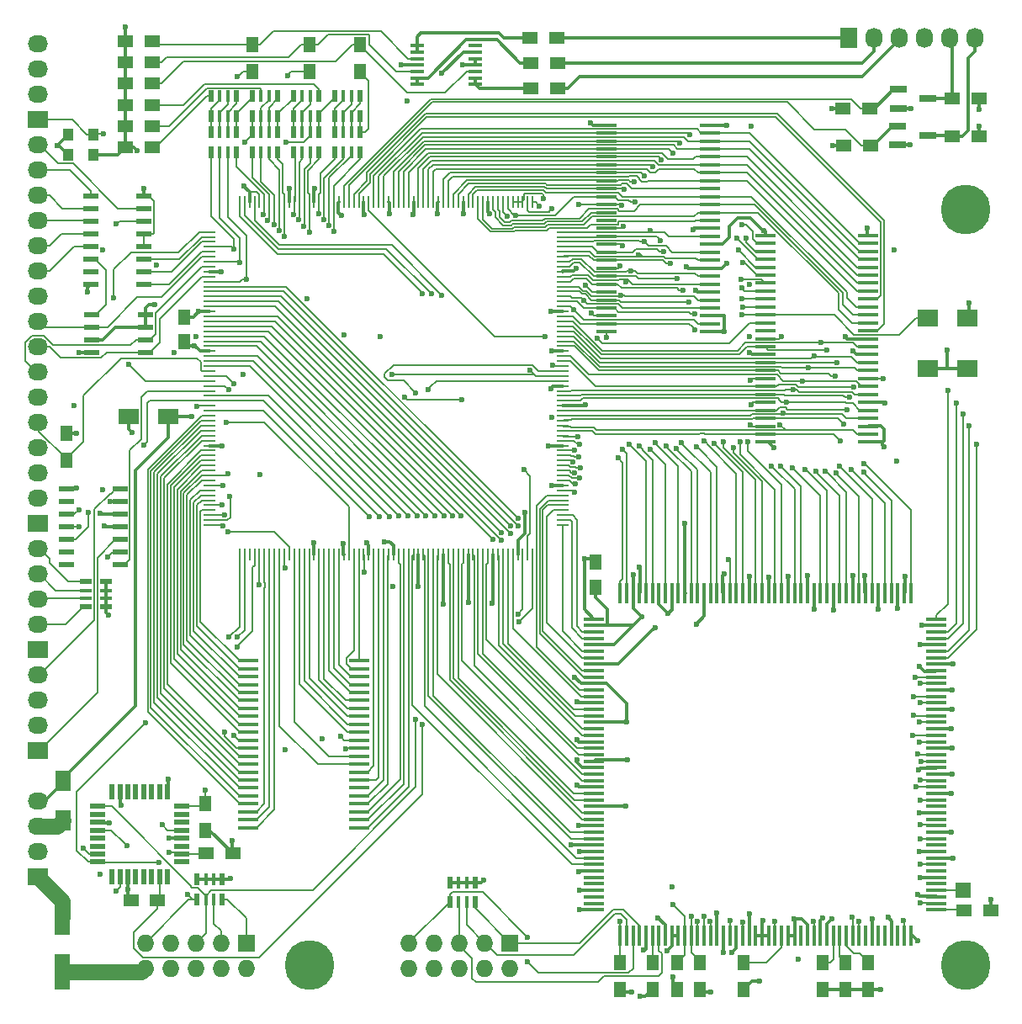
<source format=gtl>
G04 #@! TF.FileFunction,Copper,L1,Top,Signal*
%FSLAX46Y46*%
G04 Gerber Fmt 4.6, Leading zero omitted, Abs format (unit mm)*
G04 Created by KiCad (PCBNEW 0.201602281447+6595~42~ubuntu14.04.1-product) date fre  4 mar 2016 01:41:54*
%MOMM*%
G01*
G04 APERTURE LIST*
%ADD10C,0.100000*%
%ADD11C,5.000000*%
%ADD12R,0.629920X1.150620*%
%ADD13R,0.439420X1.150620*%
%ADD14R,2.000000X0.300000*%
%ADD15R,0.381000X2.032000*%
%ADD16R,2.032000X0.381000*%
%ADD17R,0.250000X1.300000*%
%ADD18R,1.300000X0.250000*%
%ADD19R,1.500000X0.600000*%
%ADD20R,0.550000X1.600000*%
%ADD21R,1.600000X0.550000*%
%ADD22R,1.550000X0.600000*%
%ADD23R,1.727200X1.727200*%
%ADD24O,1.727200X1.727200*%
%ADD25R,1.450000X0.450000*%
%ADD26R,1.500000X1.300000*%
%ADD27R,1.300000X1.500000*%
%ADD28R,2.032000X1.727200*%
%ADD29O,2.032000X1.727200*%
%ADD30R,1.727200X2.032000*%
%ADD31O,1.727200X2.032000*%
%ADD32R,2.000000X1.800000*%
%ADD33R,1.100000X1.200000*%
%ADD34R,1.501140X1.501140*%
%ADD35R,1.800860X0.800100*%
%ADD36R,1.600200X3.599180*%
%ADD37R,1.600000X2.000000*%
%ADD38R,1.250000X1.500000*%
%ADD39R,1.150620X0.629920*%
%ADD40R,1.150620X0.439420*%
%ADD41R,2.000000X1.600000*%
%ADD42C,0.600000*%
%ADD43C,0.304800*%
%ADD44C,0.165100*%
%ADD45C,1.625600*%
%ADD46C,0.203200*%
G04 APERTURE END LIST*
D10*
D11*
X115000000Y-146000000D03*
X181000000Y-70000000D03*
D12*
X117549840Y-60601520D03*
X117549840Y-58600000D03*
D13*
X118400740Y-60601520D03*
X118400740Y-58600000D03*
X119198300Y-60601520D03*
X119200840Y-58600000D03*
D12*
X120100000Y-60601520D03*
X120100000Y-58600000D03*
D14*
X144850000Y-69500000D03*
X144850000Y-68700000D03*
X144850000Y-67900000D03*
X144850000Y-67100000D03*
X144850000Y-66300000D03*
X144850000Y-65500000D03*
X144850000Y-64700000D03*
X144850000Y-63900000D03*
X144850000Y-63100000D03*
X144850000Y-62300000D03*
X144850000Y-61500000D03*
X155250000Y-82300000D03*
X155250000Y-81500000D03*
X155250000Y-80700000D03*
X155250000Y-79900000D03*
X155250000Y-79100000D03*
X155250000Y-78300000D03*
X155250000Y-77500000D03*
X155250000Y-76700000D03*
X155250000Y-75900000D03*
X155250000Y-75100000D03*
X155250000Y-74300000D03*
X155250000Y-73500000D03*
X155250000Y-72700000D03*
X155250000Y-71900000D03*
X155250000Y-71100000D03*
X155250000Y-70300000D03*
X155250000Y-69500000D03*
X155250000Y-68700000D03*
X155250000Y-67900000D03*
X155250000Y-67100000D03*
X155250000Y-66300000D03*
X155250000Y-65500000D03*
X155250000Y-64700000D03*
X155250000Y-63900000D03*
X155250000Y-63100000D03*
X155250000Y-62300000D03*
X155250000Y-61500000D03*
X144850000Y-61500000D03*
X144850000Y-62300000D03*
X144850000Y-63100000D03*
X144850000Y-63900000D03*
X144850000Y-64700000D03*
X144850000Y-65500000D03*
X144850000Y-66300000D03*
X144850000Y-67100000D03*
X144850000Y-67900000D03*
X144850000Y-68700000D03*
X144850000Y-69500000D03*
X144850000Y-70300000D03*
X144850000Y-71100000D03*
X144850000Y-71900000D03*
X144850000Y-72700000D03*
X144850000Y-73500000D03*
X144850000Y-74300000D03*
X144850000Y-75100000D03*
X144850000Y-75900000D03*
X144850000Y-76700000D03*
X144850000Y-77500000D03*
X144850000Y-78300000D03*
X144850000Y-79100000D03*
X144850000Y-79900000D03*
X144850000Y-80700000D03*
X144850000Y-81500000D03*
X144850000Y-82300000D03*
X160850000Y-80600000D03*
X160850000Y-79800000D03*
X160850000Y-79000000D03*
X160850000Y-78200000D03*
X160850000Y-77400000D03*
X160850000Y-76600000D03*
X160850000Y-75800000D03*
X160850000Y-75000000D03*
X160850000Y-74200000D03*
X160850000Y-73400000D03*
X160850000Y-72600000D03*
X171250000Y-93400000D03*
X171250000Y-92600000D03*
X171250000Y-91800000D03*
X171250000Y-91000000D03*
X171250000Y-90200000D03*
X171250000Y-89400000D03*
X171250000Y-88600000D03*
X171250000Y-87800000D03*
X171250000Y-87000000D03*
X171250000Y-86200000D03*
X171250000Y-85400000D03*
X171250000Y-84600000D03*
X171250000Y-83800000D03*
X171250000Y-83000000D03*
X171250000Y-82200000D03*
X171250000Y-81400000D03*
X171250000Y-80600000D03*
X171250000Y-79800000D03*
X171250000Y-79000000D03*
X171250000Y-78200000D03*
X171250000Y-77400000D03*
X171250000Y-76600000D03*
X171250000Y-75800000D03*
X171250000Y-75000000D03*
X171250000Y-74200000D03*
X171250000Y-73400000D03*
X171250000Y-72600000D03*
X160850000Y-72600000D03*
X160850000Y-73400000D03*
X160850000Y-74200000D03*
X160850000Y-75000000D03*
X160850000Y-75800000D03*
X160850000Y-76600000D03*
X160850000Y-77400000D03*
X160850000Y-78200000D03*
X160850000Y-79000000D03*
X160850000Y-79800000D03*
X160850000Y-80600000D03*
X160850000Y-81400000D03*
X160850000Y-82200000D03*
X160850000Y-83000000D03*
X160850000Y-83800000D03*
X160850000Y-84600000D03*
X160850000Y-85400000D03*
X160850000Y-86200000D03*
X160850000Y-87000000D03*
X160850000Y-87800000D03*
X160850000Y-88600000D03*
X160850000Y-89400000D03*
X160850000Y-90200000D03*
X160850000Y-91000000D03*
X160850000Y-91800000D03*
X160850000Y-92600000D03*
X160850000Y-93400000D03*
D15*
X146244720Y-143056240D03*
X146894960Y-143056240D03*
X147545200Y-143056240D03*
X148195440Y-143056240D03*
X148845680Y-143056240D03*
X149495920Y-143056240D03*
X150146160Y-143056240D03*
X150796400Y-143056240D03*
X151446640Y-143056240D03*
X152096880Y-143056240D03*
X152747120Y-143056240D03*
X153397360Y-143056240D03*
X154047600Y-143056240D03*
X154697840Y-143056240D03*
X155348080Y-143056240D03*
X155998320Y-143056240D03*
X156648560Y-143056240D03*
X157298800Y-143056240D03*
X157949040Y-143056240D03*
X158599280Y-143056240D03*
X159249520Y-143056240D03*
X159899760Y-143056240D03*
X160550000Y-143056240D03*
X161200240Y-143056240D03*
X161850480Y-143056240D03*
X162500720Y-143056240D03*
X163150960Y-143056240D03*
X163801200Y-143056240D03*
X164451440Y-143056240D03*
X165101680Y-143056240D03*
X165751920Y-143056240D03*
X166402160Y-143056240D03*
X167052400Y-143056240D03*
X167702640Y-143056240D03*
X168352880Y-143056240D03*
X169003120Y-143056240D03*
X169653360Y-143056240D03*
X170303600Y-143056240D03*
X170953840Y-143056240D03*
X171604080Y-143056240D03*
X172254320Y-143056240D03*
X172904560Y-143056240D03*
X173554800Y-143056240D03*
X174205040Y-143056240D03*
X174855280Y-143056240D03*
X175505520Y-143056240D03*
D16*
X178106480Y-138504560D03*
X178106480Y-140455280D03*
X178106480Y-139805040D03*
X178106480Y-139154800D03*
X178106480Y-137854320D03*
X178106480Y-135253360D03*
X178106480Y-137204080D03*
X178106480Y-136553840D03*
X178106480Y-135903600D03*
X178106480Y-134603120D03*
X178106480Y-132002160D03*
X178106480Y-133952880D03*
X178106480Y-133302640D03*
X178106480Y-132652400D03*
X178106480Y-131351920D03*
X178106480Y-128750960D03*
X178106480Y-130701680D03*
X178106480Y-130051440D03*
X178106480Y-129401200D03*
X178106480Y-128100720D03*
X178106480Y-127450480D03*
X178106480Y-126800240D03*
X178106480Y-126150000D03*
X178106480Y-111844720D03*
X178106480Y-114445680D03*
X178106480Y-113795440D03*
X178106480Y-113145200D03*
X178106480Y-112494960D03*
X178106480Y-111194480D03*
X178106480Y-124849520D03*
X178106480Y-124199280D03*
X178106480Y-123549040D03*
X178106480Y-122898800D03*
X178106480Y-122248560D03*
X178106480Y-125499760D03*
X178106480Y-121598320D03*
X178106480Y-120948080D03*
X178106480Y-120297840D03*
X178106480Y-119647600D03*
X178106480Y-118997360D03*
X178106480Y-118347120D03*
X178106480Y-115746160D03*
X178106480Y-117696880D03*
X178106480Y-117046640D03*
X178106480Y-116396400D03*
X178106480Y-115095920D03*
X143643760Y-138504560D03*
X143643760Y-140455280D03*
X143643760Y-139805040D03*
X143643760Y-139154800D03*
X143643760Y-137854320D03*
X143643760Y-135253360D03*
X143643760Y-137204080D03*
X143643760Y-136553840D03*
X143643760Y-135903600D03*
X143643760Y-134603120D03*
X143643760Y-132002160D03*
X143643760Y-133952880D03*
X143643760Y-133302640D03*
X143643760Y-132652400D03*
X143643760Y-131351920D03*
X143643760Y-128750960D03*
X143643760Y-130701680D03*
X143643760Y-130051440D03*
X143643760Y-129401200D03*
X143643760Y-128100720D03*
X143643760Y-127450480D03*
X143643760Y-126800240D03*
X143643760Y-126150000D03*
X143643760Y-111844720D03*
X143643760Y-114445680D03*
X143643760Y-113795440D03*
X143643760Y-113145200D03*
X143643760Y-112494960D03*
X143643760Y-111194480D03*
X143643760Y-124849520D03*
X143643760Y-124199280D03*
X143643760Y-123549040D03*
X143643760Y-122898800D03*
X143643760Y-122248560D03*
X143643760Y-125499760D03*
X143643760Y-121598320D03*
X143643760Y-120948080D03*
X143643760Y-120297840D03*
X143643760Y-119647600D03*
X143643760Y-118997360D03*
X143643760Y-118347120D03*
X143643760Y-115746160D03*
X143643760Y-117696880D03*
X143643760Y-117046640D03*
X143643760Y-116396400D03*
X143643760Y-115095920D03*
D15*
X152096880Y-108593520D03*
X150146160Y-108593520D03*
X152747120Y-108593520D03*
X151446640Y-108593520D03*
X150796400Y-108593520D03*
X155348080Y-108593520D03*
X153397360Y-108593520D03*
X154047600Y-108593520D03*
X154697840Y-108593520D03*
X157298800Y-108593520D03*
X157949040Y-108593520D03*
X155998320Y-108593520D03*
X156648560Y-108593520D03*
X158599280Y-108593520D03*
X160550000Y-108593520D03*
X159899760Y-108593520D03*
X161200240Y-108593520D03*
X161850480Y-108593520D03*
X159249520Y-108593520D03*
X164451440Y-108593520D03*
X165101680Y-108593520D03*
X162500720Y-108593520D03*
X163150960Y-108593520D03*
X163801200Y-108593520D03*
X175505520Y-108593520D03*
X172904560Y-108593520D03*
X174855280Y-108593520D03*
X174205040Y-108593520D03*
X173554800Y-108593520D03*
X171604080Y-108593520D03*
X169653360Y-108593520D03*
X172254320Y-108593520D03*
X170953840Y-108593520D03*
X170303600Y-108593520D03*
X165751920Y-108593520D03*
X169003120Y-108593520D03*
X167052400Y-108593520D03*
X167702640Y-108593520D03*
X168352880Y-108593520D03*
X166402160Y-108593520D03*
X147545200Y-108593520D03*
X146894960Y-108593520D03*
X148195440Y-108593520D03*
X149495920Y-108593520D03*
X148845680Y-108593520D03*
X146244720Y-108593520D03*
D17*
X107950000Y-69250000D03*
X108450000Y-69250000D03*
X108950000Y-69250000D03*
X109450000Y-69250000D03*
X109950000Y-69250000D03*
X110450000Y-69250000D03*
X110950000Y-69250000D03*
X111450000Y-69250000D03*
X111950000Y-69250000D03*
X112450000Y-69250000D03*
X112950000Y-69250000D03*
X113450000Y-69250000D03*
X113950000Y-69250000D03*
X114450000Y-69250000D03*
X114950000Y-69250000D03*
X115450000Y-69250000D03*
X115950000Y-69250000D03*
X116450000Y-69250000D03*
X116950000Y-69250000D03*
X117450000Y-69250000D03*
X117950000Y-69250000D03*
X118450000Y-69250000D03*
X118950000Y-69250000D03*
X119450000Y-69250000D03*
X119950000Y-69250000D03*
X120450000Y-69250000D03*
X120950000Y-69250000D03*
X121450000Y-69250000D03*
X121950000Y-69250000D03*
X122450000Y-69250000D03*
X122950000Y-69250000D03*
X123450000Y-69250000D03*
X123950000Y-69250000D03*
X124450000Y-69250000D03*
X124950000Y-69250000D03*
X125450000Y-69250000D03*
X125950000Y-69250000D03*
X126450000Y-69250000D03*
X126950000Y-69250000D03*
X127450000Y-69250000D03*
X127950000Y-69250000D03*
X128450000Y-69250000D03*
X128950000Y-69250000D03*
X129450000Y-69250000D03*
X129950000Y-69250000D03*
X130450000Y-69250000D03*
X130950000Y-69250000D03*
X131450000Y-69250000D03*
X131950000Y-69250000D03*
X132450000Y-69250000D03*
X132950000Y-69250000D03*
X133450000Y-69250000D03*
X133950000Y-69250000D03*
X134450000Y-69250000D03*
X134950000Y-69250000D03*
X135450000Y-69250000D03*
X135950000Y-69250000D03*
X136450000Y-69250000D03*
X136950000Y-69250000D03*
X137450000Y-69250000D03*
X107950000Y-104750000D03*
X108450000Y-104750000D03*
X108950000Y-104750000D03*
X109450000Y-104750000D03*
X109950000Y-104750000D03*
X110450000Y-104750000D03*
X110950000Y-104750000D03*
X111450000Y-104750000D03*
X111950000Y-104750000D03*
X112450000Y-104750000D03*
X112950000Y-104750000D03*
X113450000Y-104750000D03*
X113950000Y-104750000D03*
X114450000Y-104750000D03*
X114950000Y-104750000D03*
X115450000Y-104750000D03*
X115950000Y-104750000D03*
X116450000Y-104750000D03*
X116950000Y-104750000D03*
X117450000Y-104750000D03*
X117950000Y-104750000D03*
X118450000Y-104750000D03*
X118950000Y-104750000D03*
X119450000Y-104750000D03*
X119950000Y-104750000D03*
X120450000Y-104750000D03*
X120950000Y-104750000D03*
X121450000Y-104750000D03*
X121950000Y-104750000D03*
X122450000Y-104750000D03*
X122950000Y-104750000D03*
X123450000Y-104750000D03*
X123950000Y-104750000D03*
X124450000Y-104750000D03*
X124950000Y-104750000D03*
X125450000Y-104750000D03*
X125950000Y-104750000D03*
X126450000Y-104750000D03*
X126950000Y-104750000D03*
X127450000Y-104750000D03*
X127950000Y-104750000D03*
X128450000Y-104750000D03*
X128950000Y-104750000D03*
X129450000Y-104750000D03*
X129950000Y-104750000D03*
X130450000Y-104750000D03*
X130950000Y-104750000D03*
X131450000Y-104750000D03*
X131950000Y-104750000D03*
X132450000Y-104750000D03*
X132950000Y-104750000D03*
X133450000Y-104750000D03*
X133950000Y-104750000D03*
X134450000Y-104750000D03*
X134950000Y-104750000D03*
X135450000Y-104750000D03*
X135950000Y-104750000D03*
X136450000Y-104750000D03*
X136950000Y-104750000D03*
X137450000Y-104750000D03*
D18*
X104950000Y-99750000D03*
X104950000Y-100250000D03*
X104950000Y-101250000D03*
X104950000Y-100750000D03*
X104950000Y-101750000D03*
X104950000Y-97750000D03*
X104950000Y-99250000D03*
X104950000Y-98750000D03*
X104950000Y-98250000D03*
X104950000Y-97250000D03*
X104950000Y-95250000D03*
X104950000Y-96750000D03*
X104950000Y-96250000D03*
X104950000Y-95750000D03*
X104950000Y-94750000D03*
X104950000Y-92750000D03*
X104950000Y-94250000D03*
X104950000Y-93750000D03*
X104950000Y-93250000D03*
X104950000Y-92250000D03*
X104950000Y-91750000D03*
X104950000Y-91250000D03*
X104950000Y-90750000D03*
X104950000Y-90250000D03*
X104950000Y-89750000D03*
X104950000Y-89250000D03*
X104950000Y-88750000D03*
X104950000Y-88250000D03*
X104950000Y-87750000D03*
X104950000Y-87250000D03*
X104950000Y-72750000D03*
X104950000Y-74250000D03*
X104950000Y-73750000D03*
X104950000Y-73250000D03*
X104950000Y-72250000D03*
X104950000Y-75250000D03*
X104950000Y-76750000D03*
X104950000Y-76250000D03*
X104950000Y-75750000D03*
X104950000Y-74750000D03*
X104950000Y-85250000D03*
X104950000Y-86750000D03*
X104950000Y-86250000D03*
X104950000Y-85750000D03*
X104950000Y-84750000D03*
X104950000Y-82750000D03*
X104950000Y-84250000D03*
X104950000Y-83750000D03*
X104950000Y-83250000D03*
X104950000Y-82250000D03*
X104950000Y-80250000D03*
X104950000Y-81750000D03*
X104950000Y-81250000D03*
X104950000Y-80750000D03*
X104950000Y-79750000D03*
X104950000Y-77750000D03*
X104950000Y-79250000D03*
X104950000Y-78750000D03*
X104950000Y-78250000D03*
X104950000Y-77250000D03*
X140450000Y-100250000D03*
X140450000Y-99750000D03*
X140450000Y-101250000D03*
X140450000Y-100750000D03*
X140450000Y-101750000D03*
X140450000Y-97750000D03*
X140450000Y-99250000D03*
X140450000Y-98750000D03*
X140450000Y-98250000D03*
X140450000Y-97250000D03*
X140450000Y-95250000D03*
X140450000Y-96750000D03*
X140450000Y-96250000D03*
X140450000Y-95750000D03*
X140450000Y-94750000D03*
X140450000Y-92750000D03*
X140450000Y-94250000D03*
X140450000Y-93750000D03*
X140450000Y-93250000D03*
X140450000Y-92250000D03*
X140450000Y-91750000D03*
X140450000Y-91250000D03*
X140450000Y-90750000D03*
X140450000Y-90250000D03*
X140450000Y-89750000D03*
X140450000Y-89250000D03*
X140450000Y-88750000D03*
X140450000Y-88250000D03*
X140450000Y-87750000D03*
X140450000Y-87250000D03*
X140450000Y-72750000D03*
X140450000Y-74250000D03*
X140450000Y-73750000D03*
X140450000Y-73250000D03*
X140450000Y-72250000D03*
X140450000Y-75250000D03*
X140450000Y-76750000D03*
X140450000Y-76250000D03*
X140450000Y-75750000D03*
X140450000Y-74750000D03*
X140450000Y-85250000D03*
X140450000Y-86750000D03*
X140450000Y-86250000D03*
X140450000Y-85750000D03*
X140450000Y-84750000D03*
X140450000Y-82750000D03*
X140450000Y-84250000D03*
X140450000Y-83750000D03*
X140450000Y-83250000D03*
X140450000Y-82250000D03*
X140450000Y-80250000D03*
X140450000Y-81750000D03*
X140450000Y-81250000D03*
X140450000Y-80750000D03*
X140450000Y-79750000D03*
X140450000Y-77750000D03*
X140450000Y-79250000D03*
X140450000Y-78750000D03*
X140450000Y-78250000D03*
X140450000Y-77250000D03*
D19*
X98350000Y-77520000D03*
X98350000Y-76250000D03*
X98350000Y-74980000D03*
X98350000Y-73710000D03*
X98350000Y-72440000D03*
X98350000Y-71170000D03*
X98350000Y-69900000D03*
X98350000Y-68630000D03*
X92950000Y-68630000D03*
X92950000Y-69900000D03*
X92950000Y-71170000D03*
X92950000Y-72440000D03*
X92950000Y-73710000D03*
X92950000Y-74980000D03*
X92950000Y-76250000D03*
X92950000Y-77520000D03*
D14*
X120000000Y-120200000D03*
X120000000Y-121000000D03*
X120000000Y-121800000D03*
X120000000Y-122600000D03*
X120000000Y-123400000D03*
X120000000Y-124200000D03*
X120000000Y-125000000D03*
X120000000Y-125800000D03*
X120000000Y-126600000D03*
X120000000Y-127400000D03*
X120000000Y-128200000D03*
X108800000Y-115400000D03*
X108800000Y-116200000D03*
X108800000Y-117000000D03*
X108800000Y-117800000D03*
X108800000Y-118600000D03*
X108800000Y-119400000D03*
X108800000Y-120200000D03*
X108800000Y-121000000D03*
X108800000Y-121800000D03*
X108800000Y-122600000D03*
X108800000Y-123400000D03*
X108800000Y-124200000D03*
X108800000Y-125000000D03*
X108800000Y-125800000D03*
X108800000Y-126600000D03*
X108800000Y-127400000D03*
X108800000Y-128200000D03*
X108800000Y-129000000D03*
X108800000Y-129800000D03*
X108800000Y-130600000D03*
X108800000Y-131400000D03*
X108800000Y-132200000D03*
X120000000Y-132200000D03*
X120000000Y-131400000D03*
X120000000Y-130600000D03*
X120000000Y-129800000D03*
X120000000Y-129000000D03*
X120000000Y-128200000D03*
X120000000Y-127400000D03*
X120000000Y-126600000D03*
X120000000Y-125800000D03*
X120000000Y-125000000D03*
X120000000Y-124200000D03*
X120000000Y-123400000D03*
X120000000Y-122600000D03*
X120000000Y-121800000D03*
X120000000Y-121000000D03*
X120000000Y-120200000D03*
X120000000Y-119400000D03*
X120000000Y-118600000D03*
X120000000Y-117800000D03*
X120000000Y-117000000D03*
X120000000Y-116200000D03*
X120000000Y-115400000D03*
D20*
X95100000Y-137100000D03*
X95900000Y-137100000D03*
X96700000Y-137100000D03*
X97500000Y-137100000D03*
X98300000Y-137100000D03*
X99100000Y-137100000D03*
X99900000Y-137100000D03*
X100700000Y-137100000D03*
D21*
X102150000Y-135650000D03*
X102150000Y-134850000D03*
X102150000Y-134050000D03*
X102150000Y-133250000D03*
X102150000Y-132450000D03*
X102150000Y-131650000D03*
X102150000Y-130850000D03*
X102150000Y-130050000D03*
D20*
X100700000Y-128600000D03*
X99900000Y-128600000D03*
X99100000Y-128600000D03*
X98300000Y-128600000D03*
X97500000Y-128600000D03*
X96700000Y-128600000D03*
X95900000Y-128600000D03*
X95100000Y-128600000D03*
D21*
X93650000Y-130050000D03*
X93650000Y-130850000D03*
X93650000Y-131650000D03*
X93650000Y-132450000D03*
X93650000Y-133250000D03*
X93650000Y-134050000D03*
X93650000Y-134850000D03*
X93650000Y-135650000D03*
D19*
X90500000Y-98140000D03*
X90500000Y-99410000D03*
X90500000Y-100680000D03*
X90500000Y-101950000D03*
X90500000Y-103220000D03*
X90500000Y-104490000D03*
X90500000Y-105760000D03*
X95900000Y-105760000D03*
X95900000Y-104490000D03*
X95900000Y-103220000D03*
X95900000Y-101950000D03*
X95900000Y-100680000D03*
X95900000Y-99410000D03*
X95900000Y-98140000D03*
D22*
X93050000Y-80545000D03*
X93050000Y-81815000D03*
X93050000Y-83085000D03*
X93050000Y-84355000D03*
X98450000Y-84355000D03*
X98450000Y-83085000D03*
X98450000Y-81815000D03*
X98450000Y-80545000D03*
D23*
X108600000Y-143800000D03*
D24*
X108600000Y-146340000D03*
X106060000Y-143800000D03*
X106060000Y-146340000D03*
X103520000Y-143800000D03*
X103520000Y-146340000D03*
X100980000Y-143800000D03*
X100980000Y-146340000D03*
X98440000Y-143800000D03*
X98440000Y-146340000D03*
D23*
X135180000Y-143800000D03*
D24*
X135180000Y-146340000D03*
X132640000Y-143800000D03*
X132640000Y-146340000D03*
X130100000Y-143800000D03*
X130100000Y-146340000D03*
X127560000Y-143800000D03*
X127560000Y-146340000D03*
X125020000Y-143800000D03*
X125020000Y-146340000D03*
D25*
X125800000Y-53500000D03*
X125800000Y-54150000D03*
X125800000Y-54800000D03*
X125800000Y-55450000D03*
X125800000Y-56100000D03*
X125800000Y-56750000D03*
X125800000Y-57400000D03*
X131700000Y-57400000D03*
X131700000Y-56750000D03*
X131700000Y-56100000D03*
X131700000Y-55450000D03*
X131700000Y-54800000D03*
X131700000Y-54150000D03*
X131700000Y-53500000D03*
D26*
X139900000Y-52700000D03*
X137200000Y-52700000D03*
X139950000Y-55250000D03*
X137250000Y-55250000D03*
X139950000Y-57800000D03*
X137250000Y-57800000D03*
D12*
X105100000Y-64201520D03*
X105100000Y-62200000D03*
D13*
X105950900Y-64201520D03*
X105950900Y-62200000D03*
X106748460Y-64201520D03*
X106751000Y-62200000D03*
D12*
X107650160Y-64201520D03*
X107650160Y-62200000D03*
X109249840Y-64201520D03*
X109249840Y-62200000D03*
D13*
X110100740Y-64201520D03*
X110100740Y-62200000D03*
X110898300Y-64201520D03*
X110900840Y-62200000D03*
D12*
X111800000Y-64201520D03*
X111800000Y-62200000D03*
X113400000Y-64201520D03*
X113400000Y-62200000D03*
D13*
X114250900Y-64201520D03*
X114250900Y-62200000D03*
X115048460Y-64201520D03*
X115051000Y-62200000D03*
D12*
X115950160Y-64201520D03*
X115950160Y-62200000D03*
X117549100Y-64200000D03*
X117549100Y-62198480D03*
D13*
X118400000Y-64200000D03*
X118400000Y-62198480D03*
X119197560Y-64200000D03*
X119200100Y-62198480D03*
D12*
X120099260Y-64200000D03*
X120099260Y-62198480D03*
X105100000Y-60601520D03*
X105100000Y-58600000D03*
D13*
X105950900Y-60601520D03*
X105950900Y-58600000D03*
X106748460Y-60601520D03*
X106751000Y-58600000D03*
D12*
X107650160Y-60601520D03*
X107650160Y-58600000D03*
X109249840Y-60600000D03*
X109249840Y-58598480D03*
D13*
X110100740Y-60600000D03*
X110100740Y-58598480D03*
X110898300Y-60600000D03*
X110900840Y-58598480D03*
D12*
X111800000Y-60600000D03*
X111800000Y-58598480D03*
X113400000Y-60601520D03*
X113400000Y-58600000D03*
D13*
X114250900Y-60601520D03*
X114250900Y-58600000D03*
X115048460Y-60601520D03*
X115051000Y-58600000D03*
D12*
X115950160Y-60601520D03*
X115950160Y-58600000D03*
D27*
X109200000Y-53400000D03*
X109200000Y-56100000D03*
X120100000Y-53400000D03*
X120100000Y-56100000D03*
D26*
X99150000Y-53100000D03*
X96450000Y-53100000D03*
X99150000Y-57300000D03*
X96450000Y-57300000D03*
D27*
X115000000Y-53400000D03*
X115000000Y-56100000D03*
D26*
X99150000Y-55200000D03*
X96450000Y-55200000D03*
X96450000Y-63750000D03*
X99150000Y-63750000D03*
X96450000Y-61625001D03*
X99150000Y-61625001D03*
X96450000Y-59500000D03*
X99150000Y-59500000D03*
D28*
X87630000Y-124460000D03*
D29*
X87630000Y-121920000D03*
X87630000Y-119380000D03*
X87630000Y-116840000D03*
D28*
X87630000Y-137160000D03*
D29*
X87630000Y-134620000D03*
X87630000Y-132080000D03*
X87630000Y-129540000D03*
D28*
X87630000Y-101600000D03*
D29*
X87630000Y-99060000D03*
X87630000Y-96520000D03*
X87630000Y-93980000D03*
X87630000Y-91440000D03*
X87630000Y-88900000D03*
X87630000Y-86360000D03*
X87630000Y-83820000D03*
X87630000Y-81280000D03*
X87630000Y-78740000D03*
X87630000Y-76200000D03*
X87630000Y-73660000D03*
X87630000Y-71120000D03*
X87630000Y-68580000D03*
X87630000Y-66040000D03*
X87630000Y-63500000D03*
D30*
X169250000Y-52750000D03*
D31*
X171790000Y-52750000D03*
X174330000Y-52750000D03*
X176870000Y-52750000D03*
X179410000Y-52750000D03*
X181950000Y-52750000D03*
D27*
X149500000Y-148450000D03*
X149500000Y-145750000D03*
X166600000Y-148450000D03*
X166600000Y-145750000D03*
X168900000Y-148450000D03*
X168900000Y-145750000D03*
X171200000Y-148450000D03*
X171200000Y-145750000D03*
D26*
X183550000Y-140500000D03*
X180850000Y-140500000D03*
D27*
X152000000Y-145750000D03*
X152000000Y-148450000D03*
X104500000Y-132450000D03*
X104500000Y-129750000D03*
D26*
X107250000Y-134800000D03*
X104550000Y-134800000D03*
X97000000Y-139500000D03*
X99700000Y-139500000D03*
D27*
X154300000Y-148450000D03*
X154300000Y-145750000D03*
X146200000Y-148450000D03*
X146200000Y-145750000D03*
D28*
X87630000Y-60960000D03*
D29*
X87630000Y-58420000D03*
X87630000Y-55880000D03*
X87630000Y-53340000D03*
D27*
X90500000Y-95200000D03*
X90500000Y-92500000D03*
D32*
X181200000Y-86000000D03*
X181200000Y-80920000D03*
X177200000Y-80920000D03*
X177200000Y-86000000D03*
D33*
X90730000Y-64529500D03*
X93270000Y-64529500D03*
X90730000Y-62429500D03*
X93270000Y-62429500D03*
D12*
X106200000Y-137400000D03*
X106200000Y-139401520D03*
D13*
X105349100Y-137400000D03*
X105349100Y-139401520D03*
X104551540Y-137400000D03*
X104549000Y-139401520D03*
D12*
X103649840Y-137400000D03*
X103649840Y-139401520D03*
X131649680Y-137700000D03*
X131649680Y-139701520D03*
D13*
X130798780Y-137700000D03*
X130798780Y-139701520D03*
X130001220Y-137700000D03*
X129998680Y-139701520D03*
D12*
X129099520Y-137700000D03*
X129099520Y-139701520D03*
D34*
X180800000Y-138500000D03*
D27*
X158700000Y-148450000D03*
X158700000Y-145750000D03*
D35*
X174248860Y-57900000D03*
X174248860Y-59800000D03*
X177251140Y-58850000D03*
X174198860Y-61600000D03*
X174198860Y-63500000D03*
X177201140Y-62550000D03*
D26*
X171400000Y-59800000D03*
X168700000Y-59800000D03*
X179650000Y-58850000D03*
X182350000Y-58850000D03*
X171450000Y-63550000D03*
X168750000Y-63550000D03*
X179650000Y-62600000D03*
X182350000Y-62600000D03*
D36*
X90100000Y-141198360D03*
X90100000Y-146700000D03*
D37*
X90200000Y-127450000D03*
X90200000Y-131450000D03*
D38*
X102350000Y-83300000D03*
X102350000Y-80800000D03*
X143800000Y-108000000D03*
X143800000Y-105500000D03*
D28*
X87630000Y-114300000D03*
D29*
X87630000Y-111760000D03*
X87630000Y-109220000D03*
X87630000Y-106680000D03*
X87630000Y-104140000D03*
D39*
X94482920Y-109966760D03*
X92481400Y-109966760D03*
D40*
X94482920Y-109115860D03*
X92481400Y-109115860D03*
X94482920Y-108318300D03*
X92481400Y-108315760D03*
D39*
X94482920Y-107416600D03*
X92481400Y-107416600D03*
D11*
X181000000Y-146000000D03*
D41*
X100800000Y-90800000D03*
X96800000Y-90800000D03*
D42*
X97100000Y-92400000D03*
X164150000Y-145400000D03*
X160585936Y-141521369D03*
X149750000Y-112040160D03*
X148594127Y-144488157D03*
X139335614Y-90900799D03*
X123400000Y-107950000D03*
X118400000Y-103600000D03*
X159300000Y-77550000D03*
X159400000Y-61600000D03*
X159250000Y-82750000D03*
X174050000Y-95350000D03*
X173800000Y-74050000D03*
X116250000Y-123250000D03*
X112500000Y-124350000D03*
X93950000Y-136850000D03*
X124800000Y-59050000D03*
X99550000Y-75600000D03*
X94156070Y-74101214D03*
X94150000Y-98150000D03*
X175450000Y-63475000D03*
X175500000Y-59800000D03*
X93949996Y-100600000D03*
X108400000Y-67650000D03*
X101350000Y-84402330D03*
X103600000Y-82750000D03*
X108300000Y-86550000D03*
X118500000Y-82600000D03*
X122100000Y-82800000D03*
X114750000Y-78950000D03*
X159350000Y-87200000D03*
X162500000Y-82750000D03*
X103650002Y-89800000D03*
X97650000Y-64100000D03*
X100850000Y-133250000D03*
X133400000Y-109650000D03*
X128450000Y-109700000D03*
X139300000Y-80200000D03*
X115500000Y-67900000D03*
X98350000Y-67900000D03*
X91800000Y-84350000D03*
X151450000Y-138150000D03*
X141950000Y-119500000D03*
X157150000Y-105250000D03*
X159350000Y-91650000D03*
X143350000Y-80450000D03*
X146250000Y-75700000D03*
X153850000Y-78150000D03*
X172900000Y-89500000D03*
X169650000Y-84200000D03*
X181350000Y-79400000D03*
X130400000Y-55450000D03*
X143300000Y-61300000D03*
X146600000Y-71700000D03*
X160750000Y-72100000D03*
X96450000Y-51650000D03*
X91300000Y-89750000D03*
X91550000Y-92500000D03*
X122500000Y-103400000D03*
X139350000Y-97750000D03*
X142750000Y-89600000D03*
X103850000Y-80250000D03*
X176200000Y-143600000D03*
X167550000Y-141350000D03*
X163800000Y-141400000D03*
X156650000Y-144750000D03*
X150000000Y-141250000D03*
X142150000Y-140450000D03*
X142050000Y-136650000D03*
X141300000Y-133900000D03*
X142100000Y-132000000D03*
X141900000Y-127900000D03*
X141950000Y-125400000D03*
X141900000Y-123350000D03*
X142650000Y-105150000D03*
X148150000Y-105950000D03*
X151100000Y-110650000D03*
X153900000Y-111700000D03*
X159250000Y-106900000D03*
X163150000Y-106950000D03*
X161700000Y-94000000D03*
X165750000Y-110250000D03*
X167700000Y-110300000D03*
X172250000Y-110250000D03*
X174200000Y-110150000D03*
X176600000Y-111850000D03*
X179750000Y-115700000D03*
X179700000Y-120300000D03*
X179700000Y-124200000D03*
X179700000Y-126800000D03*
X179600000Y-128750000D03*
X179600000Y-132650000D03*
X179800000Y-135300000D03*
X176500000Y-137200000D03*
X171600000Y-141400000D03*
X172500000Y-148500000D03*
X148300000Y-149200000D03*
X155400000Y-148700000D03*
X138500000Y-68900000D03*
X125400000Y-70500000D03*
X120500000Y-70500000D03*
X106300000Y-97800000D03*
X112500000Y-106100000D03*
X139427919Y-85654061D03*
X118100000Y-123000000D03*
X106400000Y-122600000D03*
X144900000Y-82900000D03*
X130500000Y-70400000D03*
X95500000Y-71400000D03*
X128300000Y-56300000D03*
X139265660Y-88056720D03*
X94747080Y-110782100D03*
X94361000Y-101818440D03*
X152750000Y-101550000D03*
X141650000Y-117050000D03*
X118600000Y-124250000D03*
X136650000Y-100450000D03*
X157000000Y-75400000D03*
X182350000Y-61600000D03*
X182350000Y-59900000D03*
X167550000Y-59800000D03*
X167650000Y-63575000D03*
X94950238Y-99348204D03*
X96047670Y-129900000D03*
X109937261Y-107787261D03*
X142778798Y-77600055D03*
X141850000Y-75900000D03*
X89550000Y-63600000D03*
X91550000Y-98050000D03*
X103400000Y-83700000D03*
X125900000Y-107900000D03*
X130950000Y-109550000D03*
X120750000Y-103550000D03*
X112950000Y-67900000D03*
X157500000Y-144750000D03*
X172700000Y-87000000D03*
X159400000Y-89650000D03*
X153600000Y-72000000D03*
X172800000Y-93850000D03*
X146450000Y-73650000D03*
X156950000Y-61500000D03*
X152900000Y-75750000D03*
X115400000Y-103500000D03*
X139000000Y-93750000D03*
X139350000Y-84250000D03*
X106100000Y-76250000D03*
X106200000Y-93750000D03*
X147550000Y-106750000D03*
X151600000Y-147200000D03*
X100800000Y-127300000D03*
X123000000Y-70400000D03*
X118200000Y-70600000D03*
X127900000Y-70400000D03*
X171100000Y-71900000D03*
X168900000Y-82800000D03*
X156700000Y-82300000D03*
X159300000Y-84400000D03*
X166600000Y-141300000D03*
X173200000Y-141200000D03*
X176200000Y-138900000D03*
X176400000Y-134600000D03*
X176400000Y-130700000D03*
X176300000Y-126400000D03*
X179600000Y-122200000D03*
X179700000Y-118300000D03*
X176400000Y-116000000D03*
X176500000Y-113800000D03*
X174900000Y-106900000D03*
X170900000Y-106800000D03*
X169700000Y-106800000D03*
X165100000Y-106800000D03*
X161200000Y-107000000D03*
X156700000Y-106700000D03*
X148400000Y-111000000D03*
X146900000Y-121600000D03*
X147000000Y-125400000D03*
X146800000Y-130000000D03*
X142200000Y-134600000D03*
X142200000Y-138500000D03*
X151000000Y-144600000D03*
X156000000Y-140800000D03*
X159300000Y-140900000D03*
X96700000Y-138400000D03*
X94800000Y-131700000D03*
X107200000Y-133500000D03*
X107000000Y-137300000D03*
X132500000Y-137500000D03*
X147400000Y-148700000D03*
X160300000Y-147600000D03*
X183600000Y-139400000D03*
X179200000Y-84100000D03*
X92600000Y-78300000D03*
X99400000Y-79600000D03*
X139400000Y-69900000D03*
X133126811Y-70452329D03*
X107364512Y-122913308D03*
X110000000Y-96700000D03*
X141708540Y-97637130D03*
X176229378Y-124805319D03*
X142191755Y-97043918D03*
X176400000Y-123550000D03*
X141624492Y-96478152D03*
X175700000Y-122900000D03*
X141700000Y-98450000D03*
X176550000Y-125500000D03*
X142214417Y-95948596D03*
X176400000Y-121600000D03*
X141518099Y-95380704D03*
X175750000Y-120900000D03*
X142110594Y-94853274D03*
X176500000Y-119650000D03*
X141680370Y-94220579D03*
X175750000Y-119000000D03*
X142164470Y-93628091D03*
X176500000Y-117700000D03*
X142000000Y-92850000D03*
X175950000Y-117050000D03*
X181400000Y-91750000D03*
X168738654Y-91548990D03*
X180750000Y-90550000D03*
X169068865Y-90129177D03*
X180100000Y-89450000D03*
X169316536Y-88909358D03*
X169784898Y-87842159D03*
X179250000Y-88200000D03*
X168408443Y-93276864D03*
X182150000Y-93600000D03*
X149752107Y-93482752D03*
X148092593Y-74552330D03*
X149250000Y-94100000D03*
X147371060Y-76152330D03*
X152400000Y-93450000D03*
X150319668Y-73104679D03*
X150858498Y-93796601D03*
X148700000Y-73247670D03*
X151900000Y-94050000D03*
X149255075Y-72152330D03*
X151300000Y-75447670D03*
X154701392Y-93246751D03*
X153950000Y-93850000D03*
X150600000Y-74200000D03*
X152000000Y-76947670D03*
X155750000Y-93550000D03*
X157650000Y-94000000D03*
X153200000Y-79300000D03*
X156650000Y-93400000D03*
X152600000Y-78100000D03*
X158315340Y-93378551D03*
X153787743Y-80498639D03*
X162624287Y-90452330D03*
X162391600Y-95801120D03*
X159129616Y-93369661D03*
X153787733Y-82098637D03*
X162315106Y-91647670D03*
X161513971Y-95858944D03*
X170800000Y-95550000D03*
X167900021Y-86746829D03*
X169532560Y-96164613D03*
X167100000Y-84100000D03*
X170750000Y-96450000D03*
X168100000Y-85400000D03*
X168350000Y-95850000D03*
X166500000Y-83400000D03*
X167971787Y-96515095D03*
X165812725Y-84759329D03*
X166900000Y-96300000D03*
X165234844Y-85947670D03*
X164900000Y-96150000D03*
X163670244Y-88152330D03*
X165950000Y-96350000D03*
X164632622Y-87253302D03*
X163550000Y-95950000D03*
X162992610Y-89367257D03*
X142613606Y-79172104D03*
X146500000Y-94150000D03*
X148200000Y-93800000D03*
X146800000Y-77247670D03*
X147150000Y-93600000D03*
X146277844Y-78632424D03*
X146050000Y-94999998D03*
X141593008Y-80077908D03*
X130300000Y-89100000D03*
X124532577Y-88858069D03*
X94700000Y-105000000D03*
X135700000Y-70547782D03*
X147734260Y-69247670D03*
X158562254Y-79787746D03*
X146653044Y-67952330D03*
X158550000Y-78950000D03*
X147689530Y-67183998D03*
X158500000Y-77900000D03*
X148710055Y-66644842D03*
X158450000Y-77000000D03*
X158612261Y-75337739D03*
X149539952Y-65710047D03*
X150416924Y-65001973D03*
X158150000Y-74100000D03*
X158000000Y-72900000D03*
X151600000Y-64350000D03*
X158950000Y-72900000D03*
X152250000Y-63300000D03*
X158500000Y-71500000D03*
X153300000Y-62500000D03*
X92200000Y-134250000D03*
X126350000Y-78500000D03*
X95500000Y-138550000D03*
X127250000Y-78500000D03*
X143968695Y-82959246D03*
X138700000Y-82750000D03*
X138141028Y-69669920D03*
X104500000Y-128450000D03*
X100850000Y-134700000D03*
X107750000Y-113050000D03*
X106800000Y-96600000D03*
X126300000Y-121800000D03*
X136100000Y-111500000D03*
X121000000Y-100900000D03*
X146200000Y-141600000D03*
X98350000Y-93700000D03*
X122000000Y-100900000D03*
X153400000Y-141100000D03*
X123000000Y-100900000D03*
X154000000Y-141600000D03*
X124000000Y-100800000D03*
X154700000Y-141100000D03*
X124900000Y-100800000D03*
X155300000Y-141600000D03*
X123294979Y-86568996D03*
X137200000Y-86200000D03*
X142050000Y-69500000D03*
X158550000Y-80600000D03*
X146443331Y-69577881D03*
X125800000Y-100800000D03*
X158600000Y-141700000D03*
X126700000Y-100800000D03*
X161800000Y-141600000D03*
X127600000Y-100800000D03*
X165700000Y-141600000D03*
X128500000Y-100800000D03*
X169600000Y-141200000D03*
X129400000Y-100800000D03*
X170300000Y-141600000D03*
X130200000Y-100800000D03*
X174800000Y-141500000D03*
X176500000Y-139800000D03*
X133476728Y-103223777D03*
X176500000Y-135900000D03*
X134294404Y-103266944D03*
X176500000Y-131900000D03*
X135188238Y-102611762D03*
X176500000Y-133300000D03*
X134300984Y-102499016D03*
X176500000Y-129400000D03*
X135183543Y-101832559D03*
X176000000Y-128100000D03*
X135995298Y-101869805D03*
X176500000Y-127400000D03*
X136000000Y-101100000D03*
X106773980Y-102438200D03*
X91750000Y-101950000D03*
X91750000Y-100250000D03*
X106150000Y-99750000D03*
X92735400Y-100469700D03*
X106450000Y-100700000D03*
X107350002Y-73950000D03*
X107950000Y-75350000D03*
X108600000Y-77050000D03*
X110292026Y-70484889D03*
X110782812Y-71071852D03*
X111402330Y-71520844D03*
X111902330Y-72150000D03*
X112450000Y-72700000D03*
X113387660Y-70483863D03*
X113902330Y-71050000D03*
X114402330Y-71650000D03*
X114950000Y-72300000D03*
X115887660Y-70433863D03*
X116402330Y-71000000D03*
X116902330Y-71600000D03*
X117450000Y-72200000D03*
X107750000Y-56650000D03*
X108500000Y-63200000D03*
X112750000Y-56500000D03*
X112600000Y-63200000D03*
X103150000Y-90800000D03*
X106304080Y-101797660D03*
X106967020Y-98844100D03*
X124200000Y-55400000D03*
X134900000Y-70700000D03*
X94250000Y-62400000D03*
X96773996Y-85536422D03*
X95300000Y-78900000D03*
X106650000Y-91400000D03*
X98450000Y-121650000D03*
X106850000Y-113050000D03*
X99799998Y-135700000D03*
X100150000Y-131900000D03*
X107700000Y-114000000D03*
X125700000Y-121300000D03*
X136000000Y-110700000D03*
X128300000Y-78600000D03*
X102700000Y-138900000D03*
X157300000Y-141526600D03*
X120500000Y-106500000D03*
X136900000Y-143200000D03*
X136900000Y-145650000D03*
X96599998Y-134000000D03*
X151550000Y-139950000D03*
X106834940Y-88140540D03*
X107363260Y-87541100D03*
X125700000Y-88465154D03*
X126900002Y-88100000D03*
X136600000Y-96200000D03*
D43*
X96800000Y-90800000D02*
X96800000Y-92100000D01*
X96800000Y-92100000D02*
X97100000Y-92400000D01*
D44*
X98350000Y-72440000D02*
X99265100Y-72440000D01*
X99265100Y-72440000D02*
X99347651Y-72357449D01*
X99347651Y-72357449D02*
X99347651Y-69177651D01*
X99347651Y-69177651D02*
X98800000Y-68630000D01*
X98800000Y-68630000D02*
X98350000Y-68630000D01*
X98350000Y-73710000D02*
X98350000Y-72440000D01*
D43*
X131700000Y-54800000D02*
X131700000Y-55450000D01*
D45*
X87630000Y-132080000D02*
X89570000Y-132080000D01*
X89570000Y-132080000D02*
X90200000Y-131450000D01*
D43*
X160550000Y-141557305D02*
X160585936Y-141521369D01*
X160550000Y-143056240D02*
X160550000Y-141557305D01*
X149450001Y-112340159D02*
X149750000Y-112040160D01*
X146044000Y-115746160D02*
X149450001Y-112340159D01*
X143643760Y-115746160D02*
X146044000Y-115746160D01*
X142650000Y-105150000D02*
X143450000Y-105150000D01*
X143450000Y-105150000D02*
X143800000Y-105500000D01*
X148734563Y-144488157D02*
X148594127Y-144488157D01*
X148845680Y-143056240D02*
X148845680Y-144377040D01*
X148845680Y-144377040D02*
X148734563Y-144488157D01*
X102350000Y-80800000D02*
X103300000Y-80800000D01*
X103300000Y-80800000D02*
X103850000Y-80250000D01*
X118400000Y-103600000D02*
X118400000Y-104700000D01*
X118400000Y-104700000D02*
X118450000Y-104750000D01*
D45*
X90100000Y-146700000D02*
X98080000Y-146700000D01*
X98080000Y-146700000D02*
X98440000Y-146340000D01*
D43*
X174198860Y-63500000D02*
X175425000Y-63500000D01*
X175425000Y-63500000D02*
X175450000Y-63475000D01*
X174248860Y-59800000D02*
X175500000Y-59800000D01*
X95900000Y-100680000D02*
X94029996Y-100680000D01*
X94029996Y-100680000D02*
X93949996Y-100600000D01*
X108950000Y-68250000D02*
X108950000Y-69250000D01*
X108400000Y-67700000D02*
X108950000Y-68250000D01*
X108400000Y-67650000D02*
X108400000Y-67700000D01*
D46*
X160850000Y-87000000D02*
X159550000Y-87000000D01*
X159550000Y-87000000D02*
X159350000Y-87200000D01*
X160850000Y-83000000D02*
X162250000Y-83000000D01*
X162250000Y-83000000D02*
X162500000Y-82750000D01*
D44*
X103700002Y-89750000D02*
X103650002Y-89800000D01*
X104950000Y-89750000D02*
X103700002Y-89750000D01*
D43*
X97300000Y-63750000D02*
X96450000Y-63750000D01*
X97650000Y-64100000D02*
X97300000Y-63750000D01*
X93270000Y-64529500D02*
X95670500Y-64529500D01*
X95670500Y-64529500D02*
X96450000Y-63750000D01*
X102150000Y-133250000D02*
X100850000Y-133250000D01*
X133450000Y-104750000D02*
X133450000Y-109600000D01*
X133450000Y-109600000D02*
X133400000Y-109650000D01*
X128450000Y-104750000D02*
X128450000Y-109700000D01*
X140450000Y-80250000D02*
X139350000Y-80250000D01*
X139350000Y-80250000D02*
X139300000Y-80200000D01*
X115450000Y-69250000D02*
X115450000Y-67950000D01*
X115450000Y-67950000D02*
X115500000Y-67900000D01*
D44*
X115450000Y-67950000D02*
X115500000Y-67900000D01*
X109950000Y-69250000D02*
X109950000Y-68500000D01*
X109000000Y-68200000D02*
X108950000Y-68250000D01*
X109650000Y-68200000D02*
X109000000Y-68200000D01*
X109950000Y-68500000D02*
X109650000Y-68200000D01*
D43*
X98350000Y-68630000D02*
X98350000Y-67900000D01*
X93050000Y-84355000D02*
X91805000Y-84355000D01*
X91805000Y-84355000D02*
X91800000Y-84350000D01*
X143643760Y-119647600D02*
X142097600Y-119647600D01*
X142097600Y-119647600D02*
X141950000Y-119500000D01*
D46*
X157298800Y-108593520D02*
X157298800Y-105398800D01*
X157298800Y-105398800D02*
X157150000Y-105250000D01*
X160850000Y-91800000D02*
X159500000Y-91800000D01*
X159500000Y-91800000D02*
X159350000Y-91650000D01*
X144850000Y-80700000D02*
X143600000Y-80700000D01*
X143600000Y-80700000D02*
X143350000Y-80450000D01*
X144850000Y-75900000D02*
X146050000Y-75900000D01*
X146050000Y-75900000D02*
X146250000Y-75700000D01*
D43*
X155250000Y-78300000D02*
X154000000Y-78300000D01*
X154000000Y-78300000D02*
X153850000Y-78150000D01*
X171250000Y-89400000D02*
X172850000Y-89400000D01*
X172850000Y-89450000D02*
X172900000Y-89500000D01*
X172850000Y-89400000D02*
X172850000Y-89450000D01*
X171250000Y-84600000D02*
X170100000Y-84600000D01*
X170050000Y-84600000D02*
X169650000Y-84200000D01*
X170100000Y-84600000D02*
X170050000Y-84600000D01*
X181200000Y-80920000D02*
X181350000Y-80770000D01*
X181350000Y-80770000D02*
X181350000Y-79400000D01*
X131700000Y-55450000D02*
X130400000Y-55450000D01*
X143500000Y-61500000D02*
X144850000Y-61500000D01*
X143300000Y-61300000D02*
X143500000Y-61500000D01*
D44*
X144850000Y-71900000D02*
X146400000Y-71900000D01*
X146400000Y-71900000D02*
X146600000Y-71700000D01*
D43*
X160750000Y-72100000D02*
X160600000Y-72100000D01*
X156550000Y-73500000D02*
X155250000Y-73500000D01*
X157250000Y-72800000D02*
X156550000Y-73500000D01*
X157250000Y-71650000D02*
X157250000Y-72800000D01*
X158050000Y-70850000D02*
X157250000Y-71650000D01*
X159350000Y-70850000D02*
X158050000Y-70850000D01*
X160600000Y-72100000D02*
X159350000Y-70850000D01*
X160850000Y-72600000D02*
X160850000Y-72200000D01*
X160850000Y-72200000D02*
X160750000Y-72100000D01*
X96450000Y-63750000D02*
X96450000Y-61625001D01*
X96450000Y-61625001D02*
X96450000Y-59500000D01*
X96450000Y-59500000D02*
X96450000Y-57300000D01*
X96450000Y-57300000D02*
X96450000Y-55200000D01*
X96450000Y-55200000D02*
X96450000Y-53100000D01*
X96450000Y-53100000D02*
X96450000Y-51650000D01*
X90500000Y-92500000D02*
X91550000Y-92500000D01*
X123450000Y-104750000D02*
X123450000Y-103800000D01*
X123050000Y-103400000D02*
X122500000Y-103400000D01*
X123450000Y-103800000D02*
X123050000Y-103400000D01*
X140450000Y-97750000D02*
X139350000Y-97750000D01*
X140450000Y-89750000D02*
X142600000Y-89750000D01*
X142600000Y-89750000D02*
X142750000Y-89600000D01*
X130450000Y-69250000D02*
X130450000Y-70350000D01*
X130450000Y-70350000D02*
X130500000Y-70400000D01*
X125450000Y-69250000D02*
X125450000Y-70450000D01*
X125450000Y-70450000D02*
X125400000Y-70500000D01*
X120450000Y-69250000D02*
X120450000Y-70450000D01*
X120450000Y-70450000D02*
X120500000Y-70500000D01*
X104950000Y-80250000D02*
X103850000Y-80250000D01*
X175505520Y-143056240D02*
X175656240Y-143056240D01*
X175656240Y-143056240D02*
X176200000Y-143600000D01*
X167052400Y-143056240D02*
X167052400Y-141847600D01*
X167052400Y-141847600D02*
X167550000Y-141350000D01*
X165101680Y-143056240D02*
X165101680Y-141951680D01*
X164550000Y-141400000D02*
X163800000Y-141400000D01*
X165101680Y-141951680D02*
X164550000Y-141400000D01*
X163801200Y-143056240D02*
X163801200Y-141401200D01*
X163801200Y-141401200D02*
X163800000Y-141400000D01*
X163150960Y-143056240D02*
X163801200Y-143056240D01*
X159899760Y-143056240D02*
X160550000Y-143056240D01*
X160550000Y-143056240D02*
X161200240Y-143056240D01*
X156648560Y-143056240D02*
X156648560Y-144748560D01*
X156648560Y-144748560D02*
X156650000Y-144750000D01*
X150796400Y-143056240D02*
X150796400Y-141996400D01*
X150050000Y-141250000D02*
X150000000Y-141250000D01*
X150796400Y-141996400D02*
X150050000Y-141250000D01*
X143643760Y-140455280D02*
X142155280Y-140455280D01*
X142155280Y-140455280D02*
X142150000Y-140450000D01*
X143643760Y-136553840D02*
X142146160Y-136553840D01*
X142146160Y-136553840D02*
X142050000Y-136650000D01*
X143643760Y-133952880D02*
X141352880Y-133952880D01*
X141352880Y-133952880D02*
X141300000Y-133900000D01*
X143643760Y-132002160D02*
X142102160Y-132002160D01*
X142102160Y-132002160D02*
X142100000Y-132000000D01*
X143643760Y-128100720D02*
X142100720Y-128100720D01*
X142100720Y-128100720D02*
X141900000Y-127900000D01*
X143643760Y-126150000D02*
X142450000Y-126150000D01*
X141950000Y-125650000D02*
X141950000Y-125400000D01*
X142450000Y-126150000D02*
X141950000Y-125650000D01*
X142099040Y-123549040D02*
X141900000Y-123350000D01*
X143643760Y-123549040D02*
X142099040Y-123549040D01*
X143643760Y-111194480D02*
X142650000Y-110200720D01*
X142650000Y-110200720D02*
X142650000Y-105150000D01*
X148195440Y-108593520D02*
X148300000Y-108488960D01*
X148300000Y-108488960D02*
X148300000Y-106100000D01*
X148300000Y-106100000D02*
X148150000Y-105950000D01*
X150146160Y-108593520D02*
X150150000Y-108597360D01*
X150150000Y-108597360D02*
X150150000Y-109700000D01*
X150150000Y-109700000D02*
X151100000Y-110650000D01*
X151446640Y-108593520D02*
X151450000Y-108596880D01*
X151450000Y-108596880D02*
X151450000Y-110300000D01*
X151450000Y-110300000D02*
X151100000Y-110650000D01*
X154697840Y-108593520D02*
X154700000Y-108595680D01*
X154700000Y-108595680D02*
X154700000Y-110900000D01*
X154700000Y-110900000D02*
X153900000Y-111700000D01*
X159249520Y-108593520D02*
X159250000Y-108593040D01*
X159250000Y-108593040D02*
X159250000Y-106900000D01*
X163150960Y-108593520D02*
X163150000Y-108592560D01*
X163150000Y-108592560D02*
X163150000Y-106950000D01*
X160850000Y-93400000D02*
X161100000Y-93400000D01*
X161100000Y-93400000D02*
X161700000Y-94000000D01*
X165751920Y-108593520D02*
X165750000Y-108595440D01*
X165750000Y-108595440D02*
X165750000Y-110250000D01*
X167702640Y-108593520D02*
X167700000Y-108596160D01*
X167700000Y-108596160D02*
X167700000Y-110300000D01*
X172254320Y-108593520D02*
X172250000Y-108597840D01*
X172250000Y-108597840D02*
X172250000Y-110250000D01*
X174205040Y-108593520D02*
X174200000Y-108598560D01*
X174200000Y-108598560D02*
X174200000Y-110150000D01*
X178106480Y-111844720D02*
X178101200Y-111850000D01*
X178101200Y-111850000D02*
X176600000Y-111850000D01*
X178106480Y-115746160D02*
X178152640Y-115700000D01*
X178152640Y-115700000D02*
X179750000Y-115700000D01*
X178106480Y-120297840D02*
X178108640Y-120300000D01*
X178108640Y-120300000D02*
X179700000Y-120300000D01*
X178106480Y-124199280D02*
X178107200Y-124200000D01*
X178107200Y-124200000D02*
X179700000Y-124200000D01*
X178106480Y-126800240D02*
X178106720Y-126800000D01*
X178106720Y-126800000D02*
X179700000Y-126800000D01*
X178106480Y-128750960D02*
X178107440Y-128750000D01*
X178107440Y-128750000D02*
X179600000Y-128750000D01*
X178106480Y-132652400D02*
X178108880Y-132650000D01*
X178108880Y-132650000D02*
X179600000Y-132650000D01*
X178106480Y-135253360D02*
X178153120Y-135300000D01*
X178153120Y-135300000D02*
X179800000Y-135300000D01*
X178106480Y-137204080D02*
X178102400Y-137200000D01*
X178102400Y-137200000D02*
X176500000Y-137200000D01*
X171604080Y-143056240D02*
X171600000Y-143052160D01*
X171600000Y-143052160D02*
X171600000Y-141400000D01*
X166600000Y-148450000D02*
X168900000Y-148450000D01*
X168900000Y-148450000D02*
X171200000Y-148450000D01*
X171200000Y-148450000D02*
X172450000Y-148450000D01*
X172450000Y-148450000D02*
X172500000Y-148500000D01*
X149500000Y-148450000D02*
X148750000Y-149200000D01*
X148750000Y-149200000D02*
X148300000Y-149200000D01*
X154300000Y-148450000D02*
X154550000Y-148700000D01*
X154550000Y-148700000D02*
X155400000Y-148700000D01*
D44*
X138352349Y-68352349D02*
X138500000Y-68500000D01*
X138500000Y-68500000D02*
X138500000Y-68900000D01*
X135950000Y-69250000D02*
X136327349Y-69250000D01*
X136577349Y-69000000D02*
X136577349Y-68401879D01*
X136327349Y-69250000D02*
X136577349Y-69000000D01*
X136626879Y-68352349D02*
X138352349Y-68352349D01*
X136577349Y-68401879D02*
X136626879Y-68352349D01*
X135950000Y-69250000D02*
X135450000Y-69250000D01*
X136450000Y-69250000D02*
X135950000Y-69250000D01*
X125450000Y-70450000D02*
X125400000Y-70500000D01*
X120450000Y-70450000D02*
X120500000Y-70500000D01*
X104950000Y-97750000D02*
X106250000Y-97750000D01*
X106250000Y-97750000D02*
X106300000Y-97800000D01*
X112450000Y-104750000D02*
X112450000Y-106050000D01*
X112450000Y-106050000D02*
X112500000Y-106100000D01*
X140450000Y-85750000D02*
X139523858Y-85750000D01*
X139523858Y-85750000D02*
X139427919Y-85654061D01*
X120000000Y-123400000D02*
X118500000Y-123400000D01*
X118500000Y-123400000D02*
X118100000Y-123000000D01*
X106400000Y-122965100D02*
X106400000Y-122600000D01*
X107634900Y-124200000D02*
X106400000Y-122965100D01*
X108800000Y-124200000D02*
X107634900Y-124200000D01*
X144850000Y-82300000D02*
X144850000Y-82850000D01*
X144850000Y-82850000D02*
X144900000Y-82900000D01*
X130450000Y-70350000D02*
X130500000Y-70400000D01*
X95830000Y-71170000D02*
X95600000Y-71400000D01*
X95600000Y-71400000D02*
X95500000Y-71400000D01*
X98350000Y-71170000D02*
X95830000Y-71170000D01*
D43*
X131700000Y-54150000D02*
X130450000Y-54150000D01*
X130450000Y-54150000D02*
X128300000Y-56300000D01*
D45*
X90100000Y-141198360D02*
X90100000Y-139630000D01*
X90100000Y-139630000D02*
X87630000Y-137160000D01*
D43*
X139265660Y-87979540D02*
X139265660Y-88056720D01*
X139495200Y-87750000D02*
X139265660Y-87979540D01*
X140450000Y-87750000D02*
X139495200Y-87750000D01*
X94482920Y-109966760D02*
X94482920Y-110517940D01*
X94482920Y-110517940D02*
X94747080Y-110782100D01*
X94482920Y-109115860D02*
X94482920Y-109966760D01*
X94482920Y-108318300D02*
X94482920Y-109115860D01*
X94482920Y-107416600D02*
X94482920Y-108318300D01*
X94492560Y-101950000D02*
X94361000Y-101818440D01*
X95900000Y-101950000D02*
X94492560Y-101950000D01*
X157949040Y-144300960D02*
X157500000Y-144750000D01*
X157949040Y-143056240D02*
X157949040Y-144300960D01*
X152747120Y-108593520D02*
X152747120Y-101552880D01*
X152747120Y-101552880D02*
X152750000Y-101550000D01*
X145000000Y-111800000D02*
X147600000Y-111800000D01*
X143688480Y-111800000D02*
X145000000Y-111800000D01*
X145000000Y-110254800D02*
X143800000Y-109054800D01*
X145000000Y-111800000D02*
X145000000Y-110254800D01*
X143800000Y-109054800D02*
X143800000Y-108000000D01*
X143643760Y-117696880D02*
X142296880Y-117696880D01*
X142296880Y-117696880D02*
X141650000Y-117050000D01*
X103400000Y-83700000D02*
X102750000Y-83700000D01*
X102750000Y-83700000D02*
X102350000Y-83300000D01*
D44*
X139100001Y-70199999D02*
X139400000Y-69900000D01*
X139082429Y-70217571D02*
X139100001Y-70199999D01*
X136950000Y-69250000D02*
X136950000Y-70065100D01*
X136950000Y-70065100D02*
X137102471Y-70217571D01*
X137102471Y-70217571D02*
X139082429Y-70217571D01*
X118650000Y-124200000D02*
X118600000Y-124250000D01*
X120000000Y-124200000D02*
X118650000Y-124200000D01*
D43*
X135950000Y-103300000D02*
X136650000Y-102600000D01*
X136650000Y-100874264D02*
X136650000Y-100450000D01*
X136650000Y-102600000D02*
X136650000Y-100874264D01*
X135950000Y-104750000D02*
X135950000Y-103300000D01*
X155250000Y-75900000D02*
X156500000Y-75900000D01*
X156500000Y-75900000D02*
X157000000Y-75400000D01*
X182350000Y-62600000D02*
X182350000Y-61600000D01*
X182350000Y-58850000D02*
X182350000Y-59900000D01*
X168700000Y-59800000D02*
X167550000Y-59800000D01*
X168750000Y-63550000D02*
X167675000Y-63550000D01*
X167675000Y-63550000D02*
X167650000Y-63575000D01*
X95374502Y-99348204D02*
X94950238Y-99348204D01*
X95838204Y-99348204D02*
X95374502Y-99348204D01*
X95900000Y-99410000D02*
X95838204Y-99348204D01*
X95900000Y-128600000D02*
X95900000Y-129752330D01*
X95900000Y-129752330D02*
X96047670Y-129900000D01*
D44*
X109950000Y-104750000D02*
X109950000Y-107774522D01*
X109950000Y-107774522D02*
X109937261Y-107787261D01*
X144850000Y-78300000D02*
X143478743Y-78300000D01*
X143478743Y-78300000D02*
X142778798Y-77600055D01*
D43*
X140500061Y-76199939D02*
X141550061Y-76199939D01*
X140450000Y-76250000D02*
X140500061Y-76199939D01*
X141550061Y-76199939D02*
X141850000Y-75900000D01*
X89550000Y-63600000D02*
X89800500Y-63600000D01*
X89800500Y-63600000D02*
X90730000Y-64529500D01*
X89550000Y-63600000D02*
X90720500Y-62429500D01*
X90720500Y-62429500D02*
X90730000Y-62429500D01*
X90500000Y-98140000D02*
X91460000Y-98140000D01*
X91460000Y-98140000D02*
X91550000Y-98050000D01*
X103699999Y-83999999D02*
X103400000Y-83700000D01*
X103950000Y-84250000D02*
X103699999Y-83999999D01*
X104950000Y-84250000D02*
X103950000Y-84250000D01*
X125950000Y-104750000D02*
X125950000Y-107850000D01*
X125950000Y-107850000D02*
X125900000Y-107900000D01*
X130950000Y-104750000D02*
X130950000Y-109550000D01*
X120950000Y-104750000D02*
X120950000Y-103750000D01*
X120950000Y-103750000D02*
X120750000Y-103550000D01*
X112950000Y-69250000D02*
X112950000Y-67900000D01*
D46*
X172700000Y-87000000D02*
X171250000Y-87000000D01*
D44*
X160850000Y-89400000D02*
X159650000Y-89400000D01*
X159650000Y-89400000D02*
X159400000Y-89650000D01*
D43*
X155250000Y-71900000D02*
X153700000Y-71900000D01*
X153700000Y-71900000D02*
X153600000Y-72000000D01*
X172650000Y-93400000D02*
X172650000Y-93700000D01*
X172650000Y-93700000D02*
X172800000Y-93850000D01*
X171250000Y-91800000D02*
X171300000Y-91750000D01*
X171300000Y-91750000D02*
X172450000Y-91750000D01*
X172450000Y-91750000D02*
X172800000Y-92100000D01*
X172800000Y-92100000D02*
X172800000Y-93250000D01*
X172800000Y-93250000D02*
X172650000Y-93400000D01*
X172650000Y-93400000D02*
X171250000Y-93400000D01*
D44*
X146300000Y-73500000D02*
X144850000Y-73500000D01*
X146450000Y-73650000D02*
X146300000Y-73500000D01*
D43*
X155250000Y-61500000D02*
X156950000Y-61500000D01*
X155250000Y-75900000D02*
X153050000Y-75900000D01*
X153050000Y-75900000D02*
X152900000Y-75750000D01*
X115450000Y-104750000D02*
X115450000Y-103550000D01*
X115450000Y-103550000D02*
X115400000Y-103500000D01*
X139000000Y-93750000D02*
X140450000Y-93750000D01*
X139350000Y-84250000D02*
X140450000Y-84250000D01*
X132950000Y-69250000D02*
X132950000Y-70275518D01*
X132950000Y-70275518D02*
X133126811Y-70452329D01*
X106100000Y-76250000D02*
X104950000Y-76250000D01*
X106200000Y-93750000D02*
X104950000Y-93750000D01*
X104500000Y-132450000D02*
X104900000Y-132450000D01*
X104900000Y-132450000D02*
X107250000Y-134800000D01*
X147550000Y-106750000D02*
X147550000Y-108588720D01*
X147550000Y-108588720D02*
X147545200Y-108593520D01*
X151600000Y-147200000D02*
X151600000Y-148050000D01*
X151600000Y-148050000D02*
X152000000Y-148450000D01*
X100700000Y-128600000D02*
X100800000Y-128500000D01*
X100800000Y-128500000D02*
X100800000Y-127300000D01*
X122950000Y-69250000D02*
X123000000Y-69300000D01*
X123000000Y-69300000D02*
X123000000Y-70400000D01*
X117950000Y-69250000D02*
X117900000Y-69300000D01*
X117900000Y-69300000D02*
X117900000Y-70300000D01*
X117900000Y-70300000D02*
X118200000Y-70600000D01*
X127950000Y-69250000D02*
X127900000Y-69300000D01*
X127900000Y-69300000D02*
X127900000Y-70400000D01*
X171250000Y-72600000D02*
X171100000Y-72450000D01*
X171100000Y-72450000D02*
X171100000Y-71900000D01*
X171250000Y-83000000D02*
X169100000Y-83000000D01*
X169100000Y-83000000D02*
X168900000Y-82800000D01*
X156700000Y-80700000D02*
X156700000Y-82300000D01*
X155250000Y-80700000D02*
X156700000Y-80700000D01*
X155250000Y-82300000D02*
X156700000Y-82300000D01*
X160850000Y-84600000D02*
X159500000Y-84600000D01*
X159500000Y-84600000D02*
X159300000Y-84400000D01*
X152096880Y-143056240D02*
X151446640Y-143056240D01*
X166402160Y-143056240D02*
X166400000Y-143054080D01*
X166400000Y-143054080D02*
X166400000Y-141500000D01*
X166400000Y-141500000D02*
X166600000Y-141300000D01*
X173554800Y-143056240D02*
X173600000Y-143011040D01*
X173600000Y-143011040D02*
X173600000Y-141600000D01*
X173600000Y-141600000D02*
X173200000Y-141200000D01*
X178106480Y-139154800D02*
X178051680Y-139100000D01*
X178051680Y-139100000D02*
X176400000Y-139100000D01*
X176400000Y-139100000D02*
X176200000Y-138900000D01*
X178106480Y-134603120D02*
X178103360Y-134600000D01*
X178103360Y-134600000D02*
X176400000Y-134600000D01*
X178106480Y-130701680D02*
X178104800Y-130700000D01*
X178104800Y-130700000D02*
X176400000Y-130700000D01*
X178106480Y-126150000D02*
X178056480Y-126200000D01*
X178056480Y-126200000D02*
X176500000Y-126200000D01*
X176500000Y-126200000D02*
X176300000Y-126400000D01*
X178106480Y-122248560D02*
X178155040Y-122200000D01*
X178155040Y-122200000D02*
X179600000Y-122200000D01*
X178106480Y-118347120D02*
X178153600Y-118300000D01*
X178153600Y-118300000D02*
X179700000Y-118300000D01*
X178106480Y-116396400D02*
X178002880Y-116500000D01*
X178002880Y-116500000D02*
X176900000Y-116500000D01*
X176900000Y-116500000D02*
X176400000Y-116000000D01*
X178106480Y-113795440D02*
X178101920Y-113800000D01*
X178101920Y-113800000D02*
X176500000Y-113800000D01*
X174855280Y-108593520D02*
X174900000Y-108548800D01*
X174900000Y-108548800D02*
X174900000Y-106900000D01*
X170953840Y-108593520D02*
X170900000Y-108539680D01*
X170900000Y-108539680D02*
X170900000Y-106800000D01*
X169653360Y-108593520D02*
X169700000Y-108546880D01*
X169700000Y-108546880D02*
X169700000Y-106800000D01*
X165101680Y-108593520D02*
X165100000Y-108591840D01*
X165100000Y-108591840D02*
X165100000Y-106800000D01*
X161200240Y-108593520D02*
X161200000Y-108593280D01*
X161200000Y-108593280D02*
X161200000Y-107000000D01*
X156648560Y-108593520D02*
X156600000Y-108544960D01*
X156600000Y-108544960D02*
X156600000Y-106800000D01*
X156600000Y-106800000D02*
X156700000Y-106700000D01*
X152747120Y-108593520D02*
X152800000Y-108646400D01*
X147545200Y-108593520D02*
X147600000Y-108538720D01*
X143643760Y-111844720D02*
X143688480Y-111800000D01*
X147600000Y-111800000D02*
X148400000Y-111000000D01*
X148400000Y-111000000D02*
X147545200Y-110145200D01*
X147545200Y-110145200D02*
X147545200Y-108593520D01*
X143643760Y-113795440D02*
X145604560Y-113795440D01*
X145604560Y-113795440D02*
X148400000Y-111000000D01*
X143643760Y-117696880D02*
X143646880Y-117700000D01*
X143646880Y-117700000D02*
X144900000Y-117700000D01*
X144900000Y-117700000D02*
X146900000Y-119700000D01*
X146900000Y-119700000D02*
X146900000Y-121600000D01*
X143643760Y-121598320D02*
X143645440Y-121600000D01*
X143645440Y-121600000D02*
X146900000Y-121600000D01*
X143643760Y-125499760D02*
X143743520Y-125400000D01*
X143743520Y-125400000D02*
X147000000Y-125400000D01*
X143643760Y-130051440D02*
X143695200Y-130000000D01*
X143695200Y-130000000D02*
X146800000Y-130000000D01*
X143643760Y-134603120D02*
X143640640Y-134600000D01*
X143640640Y-134600000D02*
X142200000Y-134600000D01*
X143643760Y-138504560D02*
X143639200Y-138500000D01*
X143639200Y-138500000D02*
X142200000Y-138500000D01*
X151446640Y-143056240D02*
X151500000Y-143109600D01*
X151500000Y-143109600D02*
X151500000Y-144100000D01*
X151500000Y-144100000D02*
X151000000Y-144600000D01*
X155998320Y-143056240D02*
X156000000Y-143054560D01*
X156000000Y-143054560D02*
X156000000Y-140800000D01*
X159249520Y-143056240D02*
X159300000Y-143005760D01*
X159300000Y-143005760D02*
X159300000Y-140900000D01*
X96700000Y-137100000D02*
X96700000Y-138400000D01*
X97000000Y-139500000D02*
X96700000Y-139200000D01*
X96700000Y-139200000D02*
X96700000Y-138400000D01*
X93650000Y-131650000D02*
X93700000Y-131700000D01*
X93700000Y-131700000D02*
X94800000Y-131700000D01*
X107250000Y-134800000D02*
X107200000Y-134750000D01*
X107200000Y-134750000D02*
X107200000Y-133500000D01*
X103649840Y-137400000D02*
X104551540Y-137400000D01*
X104551540Y-137400000D02*
X105349100Y-137400000D01*
X105349100Y-137400000D02*
X106200000Y-137400000D01*
X106200000Y-137400000D02*
X106900000Y-137400000D01*
X106900000Y-137400000D02*
X107000000Y-137300000D01*
X129099520Y-137700000D02*
X130001220Y-137700000D01*
X130001220Y-137700000D02*
X130798780Y-137700000D01*
X130798780Y-137700000D02*
X131649680Y-137700000D01*
X131649680Y-137700000D02*
X132300000Y-137700000D01*
X132300000Y-137700000D02*
X132500000Y-137500000D01*
X146200000Y-148450000D02*
X146450000Y-148700000D01*
X146450000Y-148700000D02*
X147400000Y-148700000D01*
X158700000Y-148450000D02*
X159550000Y-147600000D01*
X159550000Y-147600000D02*
X160300000Y-147600000D01*
X183550000Y-140500000D02*
X183600000Y-140450000D01*
X183600000Y-140450000D02*
X183600000Y-139400000D01*
X179200000Y-86000000D02*
X179200000Y-84100000D01*
X181200000Y-86000000D02*
X179200000Y-86000000D01*
X179200000Y-86000000D02*
X177200000Y-86000000D01*
X92950000Y-77520000D02*
X92600000Y-77870000D01*
X92600000Y-77870000D02*
X92600000Y-78300000D01*
X93050000Y-83085000D02*
X94129800Y-83085000D01*
X94129800Y-83085000D02*
X95399800Y-81815000D01*
X95399800Y-81815000D02*
X97370200Y-81815000D01*
X97370200Y-81815000D02*
X98450000Y-81815000D01*
X98450000Y-81815000D02*
X98450000Y-80545000D01*
X98790200Y-79600000D02*
X99400000Y-79600000D01*
X98450000Y-80545000D02*
X98450000Y-79940200D01*
X98450000Y-79940200D02*
X98790200Y-79600000D01*
D44*
X132950000Y-70275518D02*
X133126811Y-70452329D01*
X107851204Y-123400000D02*
X107364512Y-122913308D01*
X108800000Y-123400000D02*
X107851204Y-123400000D01*
X141115124Y-97250000D02*
X141502254Y-97637130D01*
X140450000Y-97250000D02*
X141115124Y-97250000D01*
X141502254Y-97637130D02*
X141708540Y-97637130D01*
X178106480Y-124849520D02*
X176273579Y-124849520D01*
X176273579Y-124849520D02*
X176229378Y-124805319D01*
X141767491Y-97043918D02*
X142191755Y-97043918D01*
X141085816Y-96750000D02*
X141379734Y-97043918D01*
X140450000Y-96750000D02*
X141085816Y-96750000D01*
X141379734Y-97043918D02*
X141767491Y-97043918D01*
X176400000Y-123550000D02*
X178105520Y-123550000D01*
X178105520Y-123550000D02*
X178106480Y-123549040D01*
X141352601Y-96478152D02*
X141624492Y-96478152D01*
X141124449Y-96250000D02*
X141352601Y-96478152D01*
X140450000Y-96250000D02*
X141124449Y-96250000D01*
X178106480Y-122898800D02*
X175701200Y-122898800D01*
X175701200Y-122898800D02*
X175700000Y-122900000D01*
X141500000Y-98250000D02*
X141700000Y-98450000D01*
X140450000Y-98250000D02*
X141500000Y-98250000D01*
X176550000Y-125500000D02*
X178106240Y-125500000D01*
X178106240Y-125500000D02*
X178106480Y-125499760D01*
X141085580Y-95750000D02*
X141263954Y-95928374D01*
X140450000Y-95750000D02*
X141085580Y-95750000D01*
X141790153Y-95948596D02*
X142214417Y-95948596D01*
X141263954Y-95928374D02*
X141769931Y-95928374D01*
X141769931Y-95928374D02*
X141790153Y-95948596D01*
X176400000Y-121600000D02*
X178104800Y-121600000D01*
X178104800Y-121600000D02*
X178106480Y-121598320D01*
X140450000Y-95250000D02*
X141387395Y-95250000D01*
X141387395Y-95250000D02*
X141518099Y-95380704D01*
X178106480Y-120948080D02*
X175798080Y-120948080D01*
X175798080Y-120948080D02*
X175750000Y-120900000D01*
X141265100Y-94750000D02*
X141348153Y-94833053D01*
X140450000Y-94750000D02*
X141265100Y-94750000D01*
X142129619Y-94750000D02*
X142110594Y-94769025D01*
X141348153Y-94833053D02*
X141666109Y-94833053D01*
X141686330Y-94853274D02*
X142110594Y-94853274D01*
X141666109Y-94833053D02*
X141686330Y-94853274D01*
X142110594Y-94769025D02*
X142110594Y-94853274D01*
X141878085Y-94797651D02*
X141925736Y-94750000D01*
X176500000Y-119650000D02*
X178104080Y-119650000D01*
X178104080Y-119650000D02*
X178106480Y-119647600D01*
X141650949Y-94250000D02*
X141680370Y-94220579D01*
X140450000Y-94250000D02*
X141650949Y-94250000D01*
X178106480Y-118997360D02*
X175752640Y-118997360D01*
X175752640Y-118997360D02*
X175750000Y-119000000D01*
X140450000Y-93250000D02*
X141606946Y-93250000D01*
X141985037Y-93628091D02*
X142164470Y-93628091D01*
X141606946Y-93250000D02*
X141985037Y-93628091D01*
X176500000Y-117700000D02*
X178103360Y-117700000D01*
X178103360Y-117700000D02*
X178106480Y-117696880D01*
X142000000Y-92850000D02*
X140550000Y-92850000D01*
X140550000Y-92850000D02*
X140450000Y-92750000D01*
X178106480Y-117046640D02*
X175953360Y-117046640D01*
X175953360Y-117046640D02*
X175950000Y-117050000D01*
X143643760Y-133302640D02*
X141302640Y-133302640D01*
X141302640Y-133302640D02*
X126950000Y-118950000D01*
X126950000Y-105565100D02*
X126950000Y-104750000D01*
X126950000Y-118950000D02*
X126950000Y-105565100D01*
X127450000Y-104750000D02*
X127450000Y-118900000D01*
X127450000Y-118900000D02*
X141202400Y-132652400D01*
X141202400Y-132652400D02*
X143643760Y-132652400D01*
X127950000Y-104750000D02*
X127850000Y-104850000D01*
X127850000Y-104850000D02*
X127850000Y-116739260D01*
X127850000Y-116739260D02*
X142462660Y-131351920D01*
X142462660Y-131351920D02*
X143643760Y-131351920D01*
X129950000Y-104750000D02*
X129950000Y-117150000D01*
X129950000Y-117150000D02*
X141550960Y-128750960D01*
X141550960Y-128750960D02*
X143643760Y-128750960D01*
X143643760Y-130701680D02*
X142462660Y-130701680D01*
X142462660Y-130701680D02*
X129100000Y-117339020D01*
X129100000Y-105715100D02*
X128950000Y-105565100D01*
X129100000Y-117339020D02*
X129100000Y-105715100D01*
X128950000Y-105565100D02*
X128950000Y-104750000D01*
X143643760Y-129401200D02*
X141701200Y-129401200D01*
X141701200Y-129401200D02*
X129450000Y-117150000D01*
X129450000Y-117150000D02*
X129450000Y-105565100D01*
X129450000Y-105565100D02*
X129450000Y-104750000D01*
X143643760Y-127450480D02*
X142462660Y-127450480D01*
X142462660Y-127450480D02*
X130350000Y-115337820D01*
X130350000Y-115337820D02*
X130350000Y-105665100D01*
X130350000Y-105665100D02*
X130450000Y-105565100D01*
X130450000Y-105565100D02*
X130450000Y-104750000D01*
X131450000Y-104750000D02*
X131550000Y-104850000D01*
X131550000Y-104850000D02*
X131550000Y-115887580D01*
X131550000Y-115887580D02*
X142462660Y-126800240D01*
X142462660Y-126800240D02*
X143643760Y-126800240D01*
X142462660Y-114445680D02*
X140450000Y-112433020D01*
X143643760Y-114445680D02*
X142462660Y-114445680D01*
X140450000Y-102040100D02*
X140450000Y-101750000D01*
X140450000Y-112433020D02*
X140450000Y-102040100D01*
X143643760Y-113145200D02*
X142462660Y-113145200D01*
X142462660Y-113145200D02*
X141400000Y-112082540D01*
X141400000Y-112082540D02*
X141400000Y-101384900D01*
X141400000Y-101384900D02*
X141265100Y-101250000D01*
X141265100Y-101250000D02*
X140450000Y-101250000D01*
X141900000Y-101200000D02*
X141450000Y-100750000D01*
X141450000Y-100750000D02*
X140450000Y-100750000D01*
X141900000Y-111932300D02*
X141900000Y-101200000D01*
X143643760Y-112494960D02*
X142462660Y-112494960D01*
X142462660Y-112494960D02*
X141900000Y-111932300D01*
X143643760Y-124849520D02*
X142122006Y-124849520D01*
X142122006Y-124849520D02*
X131950000Y-114677514D01*
X131950000Y-114677514D02*
X131950000Y-105565100D01*
X131950000Y-105565100D02*
X131950000Y-104750000D01*
X143643760Y-124199280D02*
X141938754Y-124199280D01*
X141938754Y-124199280D02*
X132450000Y-114710526D01*
X132450000Y-114710526D02*
X132450000Y-105565100D01*
X132450000Y-105565100D02*
X132450000Y-104750000D01*
X143643760Y-122898800D02*
X142462660Y-122898800D01*
X142462660Y-122898800D02*
X132800000Y-113236140D01*
X132800000Y-113236140D02*
X132800000Y-105715100D01*
X132800000Y-105715100D02*
X132950000Y-105565100D01*
X132950000Y-105565100D02*
X132950000Y-104750000D01*
X133950000Y-104750000D02*
X134050000Y-104850000D01*
X134050000Y-104850000D02*
X134050000Y-113835900D01*
X134050000Y-113835900D02*
X142462660Y-122248560D01*
X142462660Y-122248560D02*
X143643760Y-122248560D01*
X134450000Y-105565100D02*
X134450000Y-104750000D01*
X134450000Y-113666988D02*
X134450000Y-105565100D01*
X141731092Y-120948080D02*
X134450000Y-113666988D01*
X143643760Y-120948080D02*
X141731092Y-120948080D01*
X141547840Y-120297840D02*
X134950000Y-113700000D01*
X134950000Y-113700000D02*
X134950000Y-105565100D01*
X143643760Y-120297840D02*
X141547840Y-120297840D01*
X134950000Y-105565100D02*
X134950000Y-104750000D01*
X143643760Y-118997360D02*
X142319848Y-118997360D01*
X142319848Y-118997360D02*
X135450000Y-112127512D01*
X135450000Y-112127512D02*
X135450000Y-105565100D01*
X135450000Y-105565100D02*
X135450000Y-104750000D01*
X143643760Y-118347120D02*
X142136596Y-118347120D01*
X137822651Y-114033175D02*
X137822651Y-99822651D01*
X142136596Y-118347120D02*
X137822651Y-114033175D01*
X137822651Y-99822651D02*
X138895302Y-98750000D01*
X138895302Y-98750000D02*
X139634900Y-98750000D01*
X139634900Y-98750000D02*
X140450000Y-98750000D01*
X143643760Y-117046640D02*
X142557164Y-117046640D01*
X142557164Y-117046640D02*
X138152862Y-112642338D01*
X138152862Y-112642338D02*
X138152862Y-100113162D01*
X138152862Y-100113162D02*
X139016024Y-99250000D01*
X139016024Y-99250000D02*
X139634900Y-99250000D01*
X139634900Y-99250000D02*
X140450000Y-99250000D01*
X139634900Y-99750000D02*
X140450000Y-99750000D01*
X138483073Y-112416813D02*
X138483073Y-100249939D01*
X142462660Y-116396400D02*
X138483073Y-112416813D01*
X138983012Y-99750000D02*
X139634900Y-99750000D01*
X143643760Y-116396400D02*
X142462660Y-116396400D01*
X138483073Y-100249939D02*
X138983012Y-99750000D01*
X138900000Y-100900000D02*
X139550000Y-100250000D01*
X139550000Y-100250000D02*
X140450000Y-100250000D01*
X138900000Y-111533260D02*
X138900000Y-100900000D01*
X143643760Y-115095920D02*
X142462660Y-115095920D01*
X142462660Y-115095920D02*
X138900000Y-111533260D01*
X140450000Y-91250000D02*
X140577349Y-91122651D01*
X140577349Y-91122651D02*
X141298121Y-91122651D01*
X141298121Y-91122651D02*
X141340562Y-91080210D01*
X141340562Y-91080210D02*
X159507029Y-91080210D01*
X159507029Y-91080210D02*
X159587240Y-91000000D01*
X159587240Y-91000000D02*
X159684900Y-91000000D01*
X159684900Y-91000000D02*
X160850000Y-91000000D01*
X178106480Y-114445680D02*
X179287580Y-114445680D01*
X179287580Y-114445680D02*
X181400000Y-112333260D01*
X181400000Y-112333260D02*
X181400000Y-91750000D01*
X168438655Y-91248991D02*
X168738654Y-91548990D01*
X168189664Y-91000000D02*
X168438655Y-91248991D01*
X160850000Y-91000000D02*
X168189664Y-91000000D01*
X178106480Y-113145200D02*
X179287580Y-113145200D01*
X179287580Y-113145200D02*
X180750000Y-111682780D01*
X180750000Y-111682780D02*
X180750000Y-90550000D01*
X162015100Y-90200000D02*
X162310421Y-89904679D01*
X160850000Y-90200000D02*
X162015100Y-90200000D01*
X162310421Y-89904679D02*
X162887160Y-89904679D01*
X163111658Y-90129177D02*
X168644601Y-90129177D01*
X168644601Y-90129177D02*
X169068865Y-90129177D01*
X162887160Y-89904679D02*
X163111658Y-90129177D01*
X140450000Y-90250000D02*
X160800000Y-90250000D01*
X160800000Y-90250000D02*
X160850000Y-90200000D01*
X178106480Y-112494960D02*
X179287580Y-112494960D01*
X180100000Y-111682540D02*
X180100000Y-89450000D01*
X179287580Y-112494960D02*
X180100000Y-111682540D01*
X178101991Y-112490471D02*
X177407796Y-112490471D01*
X178106480Y-112494960D02*
X178101991Y-112490471D01*
X168892272Y-88909358D02*
X169316536Y-88909358D01*
X162726447Y-88600000D02*
X162826446Y-88699999D01*
X162826446Y-88699999D02*
X168682913Y-88699999D01*
X160850000Y-88600000D02*
X162726447Y-88600000D01*
X168682913Y-88699999D02*
X168892272Y-88909358D01*
X140450000Y-88750000D02*
X142283012Y-88750000D01*
X142283012Y-88750000D02*
X142433012Y-88600000D01*
X142433012Y-88600000D02*
X159684900Y-88600000D01*
X159684900Y-88600000D02*
X160850000Y-88600000D01*
X169784898Y-87842159D02*
X164192159Y-87842159D01*
X164192159Y-87842159D02*
X163954679Y-87604679D01*
X163954679Y-87604679D02*
X162210421Y-87604679D01*
X162210421Y-87604679D02*
X162015100Y-87800000D01*
X162015100Y-87800000D02*
X160850000Y-87800000D01*
X179250000Y-109695360D02*
X179250000Y-88200000D01*
X178106480Y-111194480D02*
X178106480Y-110838880D01*
X178106480Y-110838880D02*
X179250000Y-109695360D01*
X140450000Y-85250000D02*
X141265100Y-85250000D01*
X141265100Y-85250000D02*
X143815100Y-87800000D01*
X143815100Y-87800000D02*
X159684900Y-87800000D01*
X159684900Y-87800000D02*
X160850000Y-87800000D01*
X143439476Y-92250000D02*
X141265100Y-92250000D01*
X154762873Y-92552349D02*
X154237127Y-92552349D01*
X154810524Y-92600000D02*
X154762873Y-92552349D01*
X160850000Y-92600000D02*
X154810524Y-92600000D01*
X143789476Y-92600000D02*
X143439476Y-92250000D01*
X154189476Y-92600000D02*
X143789476Y-92600000D01*
X154237127Y-92552349D02*
X154189476Y-92600000D01*
X141265100Y-92250000D02*
X140450000Y-92250000D01*
X167731579Y-92600000D02*
X168108444Y-92976865D01*
X160850000Y-92600000D02*
X167731579Y-92600000D01*
X168108444Y-92976865D02*
X168408443Y-93276864D01*
X178106480Y-115095920D02*
X179287580Y-115095920D01*
X179287580Y-115095920D02*
X182150000Y-112233500D01*
X182150000Y-112233500D02*
X182150000Y-93600000D01*
X160000000Y-92600000D02*
X160850000Y-92600000D01*
X148092593Y-74552330D02*
X148332532Y-74552330D01*
X152096880Y-108593520D02*
X152096880Y-95827525D01*
X152096880Y-95827525D02*
X150052106Y-93782751D01*
X150052106Y-93782751D02*
X149752107Y-93482752D01*
X148332532Y-74552330D02*
X148482551Y-74702349D01*
X143656577Y-74702349D02*
X148482551Y-74702349D01*
X148482551Y-74702349D02*
X149691825Y-74702349D01*
X150795054Y-74900000D02*
X153884900Y-74900000D01*
X150664843Y-74769789D02*
X150795054Y-74900000D01*
X149759265Y-74769789D02*
X150664843Y-74769789D01*
X149691825Y-74702349D02*
X149759265Y-74769789D01*
X140450000Y-74250000D02*
X143204228Y-74250000D01*
X143204228Y-74250000D02*
X143656577Y-74702349D01*
X154084900Y-75100000D02*
X155250000Y-75100000D01*
X153884900Y-74900000D02*
X154084900Y-75100000D01*
X146946796Y-76152330D02*
X147371060Y-76152330D01*
X141172486Y-75250000D02*
X141450350Y-74972138D01*
X143651879Y-76297651D02*
X146801475Y-76297651D01*
X142326366Y-74972138D02*
X143651879Y-76297651D01*
X141450350Y-74972138D02*
X142326366Y-74972138D01*
X146801475Y-76297651D02*
X146946796Y-76152330D01*
X140450000Y-75250000D02*
X141172486Y-75250000D01*
X154084900Y-76700000D02*
X153784900Y-76400000D01*
X155250000Y-76700000D02*
X154084900Y-76700000D01*
X153784900Y-76400000D02*
X148042994Y-76400000D01*
X148042994Y-76400000D02*
X147795324Y-76152330D01*
X147795324Y-76152330D02*
X147371060Y-76152330D01*
X149549999Y-94399999D02*
X149250000Y-94100000D01*
X150796400Y-95646400D02*
X149549999Y-94399999D01*
X150796400Y-108593520D02*
X150796400Y-95646400D01*
X155348080Y-96398080D02*
X152699999Y-93749999D01*
X152699999Y-93749999D02*
X152400000Y-93450000D01*
X155348080Y-108593520D02*
X155348080Y-96398080D01*
X150019669Y-72804680D02*
X150319668Y-73104679D01*
X149914989Y-72700000D02*
X150019669Y-72804680D01*
X144850000Y-72700000D02*
X149914989Y-72700000D01*
X140450000Y-72750000D02*
X144800000Y-72750000D01*
X144800000Y-72750000D02*
X144850000Y-72700000D01*
X153397360Y-96335463D02*
X151158497Y-94096600D01*
X153397360Y-108593520D02*
X153397360Y-96335463D01*
X151158497Y-94096600D02*
X150858498Y-93796601D01*
X154084900Y-74300000D02*
X155250000Y-74300000D01*
X150862873Y-73652349D02*
X151510524Y-74300000D01*
X151510524Y-74300000D02*
X154084900Y-74300000D01*
X149104679Y-73652349D02*
X150862873Y-73652349D01*
X148700000Y-73247670D02*
X149104679Y-73652349D01*
X143651879Y-73102349D02*
X148130415Y-73102349D01*
X148275736Y-73247670D02*
X148700000Y-73247670D01*
X148130415Y-73102349D02*
X148275736Y-73247670D01*
X154400000Y-74300000D02*
X155250000Y-74300000D01*
X140450000Y-73250000D02*
X143504228Y-73250000D01*
X143504228Y-73250000D02*
X143651879Y-73102349D01*
X152199999Y-94349999D02*
X151900000Y-94050000D01*
X154047600Y-96197600D02*
X152199999Y-94349999D01*
X154047600Y-108593520D02*
X154047600Y-96197600D01*
X154084900Y-72700000D02*
X155250000Y-72700000D01*
X151133012Y-72700000D02*
X154084900Y-72700000D01*
X150730663Y-72297651D02*
X151133012Y-72700000D01*
X149578594Y-72297651D02*
X150730663Y-72297651D01*
X141312751Y-72297651D02*
X149578594Y-72297651D01*
X149578594Y-72297651D02*
X149400396Y-72297651D01*
X149400396Y-72297651D02*
X149255075Y-72152330D01*
X140450000Y-72250000D02*
X141265100Y-72250000D01*
X141265100Y-72250000D02*
X141312751Y-72297651D01*
X140450000Y-74750000D02*
X140558073Y-74641927D01*
X143129167Y-74641927D02*
X143587240Y-75100000D01*
X140558073Y-74641927D02*
X143129167Y-74641927D01*
X143587240Y-75100000D02*
X143684900Y-75100000D01*
X143684900Y-75100000D02*
X144850000Y-75100000D01*
X150875736Y-75447670D02*
X151300000Y-75447670D01*
X144850000Y-75100000D02*
X150528066Y-75100000D01*
X150528066Y-75100000D02*
X150875736Y-75447670D01*
X155001391Y-93601391D02*
X155001391Y-93546750D01*
X157949040Y-96549040D02*
X155001391Y-93601391D01*
X155001391Y-93546750D02*
X154701392Y-93246751D01*
X157949040Y-108593520D02*
X157949040Y-96549040D01*
X147534399Y-74300000D02*
X146015100Y-74300000D01*
X147829720Y-74004679D02*
X147534399Y-74300000D01*
X149980415Y-74004679D02*
X147829720Y-74004679D01*
X150175736Y-74200000D02*
X149980415Y-74004679D01*
X150600000Y-74200000D02*
X150175736Y-74200000D01*
X146015100Y-74300000D02*
X144850000Y-74300000D01*
X155998320Y-108593520D02*
X155998320Y-95898320D01*
X155998320Y-95898320D02*
X154249999Y-94149999D01*
X154249999Y-94149999D02*
X153950000Y-93850000D01*
X144000000Y-74300000D02*
X144850000Y-74300000D01*
X143450000Y-73750000D02*
X144000000Y-74300000D01*
X140450000Y-73750000D02*
X143450000Y-73750000D01*
X143587240Y-76700000D02*
X143684900Y-76700000D01*
X143684900Y-76700000D02*
X144850000Y-76700000D01*
X140450000Y-75750000D02*
X141139474Y-75750000D01*
X142189589Y-75302349D02*
X143587240Y-76700000D01*
X141139474Y-75750000D02*
X141587127Y-75302349D01*
X141587127Y-75302349D02*
X142189589Y-75302349D01*
X151575736Y-76947670D02*
X152000000Y-76947670D01*
X148123676Y-76947670D02*
X151575736Y-76947670D01*
X144850000Y-76700000D02*
X147876006Y-76700000D01*
X147876006Y-76700000D02*
X148123676Y-76947670D01*
X158599280Y-96399280D02*
X156049999Y-93849999D01*
X158599280Y-108593520D02*
X158599280Y-96399280D01*
X156049999Y-93849999D02*
X155750000Y-93550000D01*
X140450000Y-78250000D02*
X142151229Y-78250000D01*
X142151229Y-78250000D02*
X142403832Y-78502603D01*
X142403832Y-78502603D02*
X142718627Y-78502603D01*
X142718627Y-78502603D02*
X143316024Y-79100000D01*
X143316024Y-79100000D02*
X143684900Y-79100000D01*
X143684900Y-79100000D02*
X144850000Y-79100000D01*
X157650000Y-94424264D02*
X157650000Y-94000000D01*
X157650000Y-94450000D02*
X157650000Y-94424264D01*
X160550000Y-108593520D02*
X160550000Y-97350000D01*
X160550000Y-97350000D02*
X157650000Y-94450000D01*
X146312760Y-79300000D02*
X146184898Y-79172138D01*
X153200000Y-79300000D02*
X146312760Y-79300000D01*
X146184898Y-79172138D02*
X144922138Y-79172138D01*
X144922138Y-79172138D02*
X144850000Y-79100000D01*
X141584890Y-76930210D02*
X141265100Y-77250000D01*
X142883474Y-76930210D02*
X141584890Y-76930210D01*
X143453264Y-77500000D02*
X142883474Y-76930210D01*
X144850000Y-77500000D02*
X143453264Y-77500000D01*
X141265100Y-77250000D02*
X140450000Y-77250000D01*
X159899760Y-108593520D02*
X159899760Y-97199760D01*
X156650000Y-93950000D02*
X156650000Y-93824264D01*
X156650000Y-93824264D02*
X156650000Y-93400000D01*
X159899760Y-97199760D02*
X156650000Y-93950000D01*
X152600000Y-78100000D02*
X152175736Y-78100000D01*
X146417449Y-77902349D02*
X146015100Y-77500000D01*
X152175736Y-78100000D02*
X151978085Y-77902349D01*
X151978085Y-77902349D02*
X146417449Y-77902349D01*
X146015100Y-77500000D02*
X144850000Y-77500000D01*
X140450000Y-79250000D02*
X141909716Y-79250000D01*
X142559716Y-79900000D02*
X143684900Y-79900000D01*
X141909716Y-79250000D02*
X142559716Y-79900000D01*
X143684900Y-79900000D02*
X144850000Y-79900000D01*
X158315340Y-93802815D02*
X158315340Y-93378551D01*
X161850480Y-98150480D02*
X158315340Y-94615340D01*
X161850480Y-108593520D02*
X161850480Y-98150480D01*
X158315340Y-94615340D02*
X158315340Y-93802815D01*
X153787743Y-80498639D02*
X153363479Y-80498639D01*
X153363479Y-80498639D02*
X153167189Y-80302349D01*
X146102349Y-80302349D02*
X145700000Y-79900000D01*
X153167189Y-80302349D02*
X146102349Y-80302349D01*
X145700000Y-79900000D02*
X144850000Y-79900000D01*
X162624287Y-90452330D02*
X162752330Y-90452330D01*
X164451440Y-108593520D02*
X164451440Y-97860960D01*
X162691599Y-96101119D02*
X162391600Y-95801120D01*
X164451440Y-97860960D02*
X162691599Y-96101119D01*
X162752330Y-90452330D02*
X162902349Y-90602349D01*
X159517903Y-90602349D02*
X162902349Y-90602349D01*
X162902349Y-90602349D02*
X168570804Y-90602349D01*
X171250000Y-91000000D02*
X168968455Y-91000000D01*
X168968455Y-91000000D02*
X168570804Y-90602349D01*
X159370252Y-90750000D02*
X159517903Y-90602349D01*
X140450000Y-90750000D02*
X159370252Y-90750000D01*
X159129616Y-93793925D02*
X159129616Y-93369661D01*
X162500720Y-97650720D02*
X159129616Y-94279616D01*
X162500720Y-108593520D02*
X162500720Y-97650720D01*
X159129616Y-94279616D02*
X159129616Y-93793925D01*
X153487734Y-81798638D02*
X153787733Y-82098637D01*
X153189096Y-81500000D02*
X153487734Y-81798638D01*
X144850000Y-81500000D02*
X153189096Y-81500000D01*
X141500000Y-80750000D02*
X142250000Y-81500000D01*
X142250000Y-81500000D02*
X144850000Y-81500000D01*
X140450000Y-80750000D02*
X141500000Y-80750000D01*
X140450000Y-91750000D02*
X140577349Y-91877349D01*
X140577349Y-91877349D02*
X141298121Y-91877349D01*
X141298121Y-91877349D02*
X141340562Y-91919790D01*
X141340562Y-91919790D02*
X143576253Y-91919790D01*
X143854113Y-92197651D02*
X159651879Y-92197651D01*
X159651879Y-92197651D02*
X162897651Y-92197651D01*
X143576253Y-91919790D02*
X143854113Y-92197651D01*
X162315106Y-91647670D02*
X162347670Y-91647670D01*
X161813970Y-96158943D02*
X161513971Y-95858944D01*
X163801200Y-108593520D02*
X163801200Y-98146173D01*
X163801200Y-98146173D02*
X161813970Y-96158943D01*
X162347670Y-91647670D02*
X162897651Y-92197651D01*
X162897651Y-92197651D02*
X169682551Y-92197651D01*
X169682551Y-92197651D02*
X170084900Y-92600000D01*
X170084900Y-92600000D02*
X171250000Y-92600000D01*
X175505520Y-108593520D02*
X175505520Y-100255520D01*
X175505520Y-100255520D02*
X171099999Y-95849999D01*
X171099999Y-95849999D02*
X170800000Y-95550000D01*
X162112760Y-86200000D02*
X162412761Y-86500001D01*
X160850000Y-86200000D02*
X162112760Y-86200000D01*
X167475757Y-86746829D02*
X167900021Y-86746829D01*
X162412761Y-86500001D02*
X167228929Y-86500001D01*
X167228929Y-86500001D02*
X167475757Y-86746829D01*
X144100002Y-86200000D02*
X159684900Y-86200000D01*
X140450000Y-83750000D02*
X141650002Y-83750000D01*
X159684900Y-86200000D02*
X160850000Y-86200000D01*
X141650002Y-83750000D02*
X144100002Y-86200000D01*
X159013976Y-83800000D02*
X159684900Y-83800000D01*
X144367953Y-84600000D02*
X158213976Y-84600000D01*
X158213976Y-84600000D02*
X159013976Y-83800000D01*
X143567953Y-83800000D02*
X144367953Y-84600000D01*
X169832559Y-96464612D02*
X169532560Y-96164613D01*
X172904560Y-108593520D02*
X172904560Y-99536613D01*
X172904560Y-99536613D02*
X169832559Y-96464612D01*
X167100000Y-84100000D02*
X161150000Y-84100000D01*
X161150000Y-84100000D02*
X160850000Y-83800000D01*
X159684900Y-83800000D02*
X160850000Y-83800000D01*
X141517953Y-81750000D02*
X143567953Y-83800000D01*
X140450000Y-81750000D02*
X141517953Y-81750000D01*
X173554800Y-99254800D02*
X171049999Y-96749999D01*
X171049999Y-96749999D02*
X170750000Y-96450000D01*
X173554800Y-108593520D02*
X173554800Y-99254800D01*
X168100000Y-85400000D02*
X160850000Y-85400000D01*
X144233977Y-85400000D02*
X159684900Y-85400000D01*
X159684900Y-85400000D02*
X160850000Y-85400000D01*
X140450000Y-82750000D02*
X141583977Y-82750000D01*
X141583977Y-82750000D02*
X144233977Y-85400000D01*
X158888059Y-83402349D02*
X167143605Y-83402349D01*
X144434941Y-84200000D02*
X158090408Y-84200000D01*
X158090408Y-84200000D02*
X158888059Y-83402349D01*
X143637290Y-83402349D02*
X144434941Y-84200000D01*
X171604080Y-99104080D02*
X168649999Y-96149999D01*
X171604080Y-108593520D02*
X171604080Y-99104080D01*
X168649999Y-96149999D02*
X168350000Y-95850000D01*
X167143605Y-83402349D02*
X169687249Y-83402349D01*
X166500000Y-83400000D02*
X167141256Y-83400000D01*
X167141256Y-83400000D02*
X167143605Y-83402349D01*
X140450000Y-81250000D02*
X141484941Y-81250000D01*
X170084900Y-83800000D02*
X171250000Y-83800000D01*
X141484941Y-81250000D02*
X143637290Y-83402349D01*
X169687249Y-83402349D02*
X170084900Y-83800000D01*
X170303600Y-98846908D02*
X168271786Y-96815094D01*
X168271786Y-96815094D02*
X167971787Y-96515095D01*
X170303600Y-108593520D02*
X170303600Y-98846908D01*
X170084900Y-85400000D02*
X171250000Y-85400000D01*
X140450000Y-82250000D02*
X141550965Y-82250000D01*
X141550965Y-82250000D02*
X144303314Y-85002349D01*
X165580663Y-84852349D02*
X169537249Y-84852349D01*
X144303314Y-85002349D02*
X165430663Y-85002349D01*
X165430663Y-85002349D02*
X165580663Y-84852349D01*
X169537249Y-84852349D02*
X170084900Y-85400000D01*
X167199999Y-96599999D02*
X166900000Y-96300000D01*
X169003120Y-98403120D02*
X167199999Y-96599999D01*
X169003120Y-108593520D02*
X169003120Y-98403120D01*
X162422713Y-85802349D02*
X162568034Y-85947670D01*
X162568034Y-85947670D02*
X164810580Y-85947670D01*
X144169339Y-85802349D02*
X162422713Y-85802349D01*
X141616989Y-83250000D02*
X144169339Y-85802349D01*
X171250000Y-86200000D02*
X170084900Y-86200000D01*
X164810580Y-85947670D02*
X165234844Y-85947670D01*
X170084900Y-86200000D02*
X169832570Y-85947670D01*
X169832570Y-85947670D02*
X165234844Y-85947670D01*
X140450000Y-83250000D02*
X141616989Y-83250000D01*
X165199999Y-96449999D02*
X164900000Y-96150000D01*
X167052400Y-108593520D02*
X167052400Y-98302400D01*
X167052400Y-98302400D02*
X165199999Y-96449999D01*
X164243398Y-88361707D02*
X169579409Y-88361707D01*
X163670244Y-88152330D02*
X164034021Y-88152330D01*
X164034021Y-88152330D02*
X164243398Y-88361707D01*
X162795783Y-88202349D02*
X162845802Y-88152330D01*
X162845802Y-88152330D02*
X163670244Y-88152330D01*
X170084900Y-88600000D02*
X171250000Y-88600000D01*
X140450000Y-88250000D02*
X141265100Y-88250000D01*
X141265100Y-88250000D02*
X141312751Y-88202349D01*
X141312751Y-88202349D02*
X162795783Y-88202349D01*
X169817702Y-88600000D02*
X170084900Y-88600000D01*
X169579409Y-88361707D02*
X169817702Y-88600000D01*
X164632622Y-87253302D02*
X162699074Y-87253302D01*
X162699074Y-87253302D02*
X162048121Y-86602349D01*
X162048121Y-86602349D02*
X143117449Y-86602349D01*
X143117449Y-86602349D02*
X141265100Y-84750000D01*
X141265100Y-84750000D02*
X140450000Y-84750000D01*
X168352880Y-98752880D02*
X166249999Y-96649999D01*
X166249999Y-96649999D02*
X165950000Y-96350000D01*
X168352880Y-108593520D02*
X168352880Y-98752880D01*
X164632622Y-87253302D02*
X165056886Y-87253302D01*
X165056886Y-87253302D02*
X165098083Y-87294499D01*
X165098083Y-87294499D02*
X169489752Y-87294499D01*
X169489752Y-87294499D02*
X170015500Y-87294499D01*
X170015500Y-87294499D02*
X170521001Y-87800000D01*
X170521001Y-87800000D02*
X171250000Y-87800000D01*
X166402160Y-108593520D02*
X166402160Y-98802160D01*
X166402160Y-98802160D02*
X163849999Y-96249999D01*
X163849999Y-96249999D02*
X163550000Y-95950000D01*
X163419351Y-89369734D02*
X168943585Y-89369734D01*
X168943585Y-89369734D02*
X169030879Y-89457028D01*
X169030879Y-89457028D02*
X169657028Y-89457028D01*
X163419351Y-89369734D02*
X163416874Y-89367257D01*
X163416874Y-89367257D02*
X162992610Y-89367257D01*
X162135361Y-89002349D02*
X162332881Y-89199869D01*
X162332881Y-89199869D02*
X162500269Y-89367257D01*
X162500269Y-89367257D02*
X162992610Y-89367257D01*
X142250000Y-89250000D02*
X142497651Y-89002349D01*
X169657028Y-89457028D02*
X170400000Y-90200000D01*
X142497651Y-89002349D02*
X162135361Y-89002349D01*
X140450000Y-89250000D02*
X142250000Y-89250000D01*
X170400000Y-90200000D02*
X171250000Y-90200000D01*
X142313607Y-78872105D02*
X142613606Y-79172104D01*
X142943851Y-79502349D02*
X142913605Y-79472103D01*
X141265100Y-78750000D02*
X141387205Y-78872105D01*
X146048121Y-79502349D02*
X142943851Y-79502349D01*
X155250000Y-79900000D02*
X146445772Y-79900000D01*
X142913605Y-79472103D02*
X142613606Y-79172104D01*
X140450000Y-78750000D02*
X141265100Y-78750000D01*
X146445772Y-79900000D02*
X146048121Y-79502349D01*
X141387205Y-78872105D02*
X142313607Y-78872105D01*
X146799999Y-94449999D02*
X146500000Y-94150000D01*
X146894960Y-108593520D02*
X146894960Y-95265564D01*
X146897651Y-95262873D02*
X146897651Y-94547651D01*
X146894960Y-95265564D02*
X146897651Y-95262873D01*
X146897651Y-94547651D02*
X146799999Y-94449999D01*
X141415101Y-76599999D02*
X141265100Y-76750000D01*
X143020251Y-76599999D02*
X141415101Y-76599999D01*
X141265100Y-76750000D02*
X140450000Y-76750000D01*
X143517903Y-77097651D02*
X143020251Y-76599999D01*
X147040239Y-77030210D02*
X146115562Y-77030210D01*
X147112378Y-77102349D02*
X147040239Y-77030210D01*
X146048121Y-77097651D02*
X143517903Y-77097651D01*
X146115562Y-77030210D02*
X146048121Y-77097651D01*
X154084900Y-77500000D02*
X155250000Y-77500000D01*
X147510029Y-77500000D02*
X154084900Y-77500000D01*
X147112378Y-77102349D02*
X147510029Y-77500000D01*
X146800000Y-77247670D02*
X146945321Y-77102349D01*
X146945321Y-77102349D02*
X147112378Y-77102349D01*
X149495920Y-95195920D02*
X148499999Y-94199999D01*
X149495920Y-108593520D02*
X149495920Y-95195920D01*
X148499999Y-94099999D02*
X148200000Y-93800000D01*
X148499999Y-94199999D02*
X148499999Y-94099999D01*
X142540609Y-78172392D02*
X142855404Y-78172392D01*
X140450000Y-77750000D02*
X142118217Y-77750000D01*
X146207919Y-78702349D02*
X146277844Y-78632424D01*
X142855404Y-78172392D02*
X143385361Y-78702349D01*
X143385361Y-78702349D02*
X146207919Y-78702349D01*
X142118217Y-77750000D02*
X142540609Y-78172392D01*
X147449999Y-93899999D02*
X147150000Y-93600000D01*
X148845680Y-108593520D02*
X148845680Y-95295680D01*
X148845680Y-95295680D02*
X147449999Y-93899999D01*
X146702108Y-78632424D02*
X146277844Y-78632424D01*
X153687249Y-78702349D02*
X146772033Y-78702349D01*
X146772033Y-78702349D02*
X146702108Y-78632424D01*
X154084900Y-79100000D02*
X153687249Y-78702349D01*
X155250000Y-79100000D02*
X154084900Y-79100000D01*
X146244720Y-108593520D02*
X146244720Y-107412420D01*
X146244720Y-107412420D02*
X146500000Y-107157140D01*
X146500000Y-107157140D02*
X146500000Y-95450000D01*
X146500000Y-95450000D02*
X146049999Y-94999999D01*
X146049999Y-94999999D02*
X146050000Y-94999998D01*
X141593008Y-80077908D02*
X142617449Y-81102349D01*
X141265100Y-79750000D02*
X141593008Y-80077908D01*
X140450000Y-79750000D02*
X141265100Y-79750000D01*
X142617449Y-81102349D02*
X153687249Y-81102349D01*
X153687249Y-81102349D02*
X154084900Y-81500000D01*
X154084900Y-81500000D02*
X155250000Y-81500000D01*
X124532577Y-88858069D02*
X124774508Y-89100000D01*
X124774508Y-89100000D02*
X130300000Y-89100000D01*
X95900000Y-104490000D02*
X95210000Y-104490000D01*
X95210000Y-104490000D02*
X94700000Y-105000000D01*
D43*
X95900000Y-104490000D02*
X95450000Y-104490000D01*
D44*
X135700000Y-70547782D02*
X139702218Y-70547782D01*
X135580569Y-70547782D02*
X135700000Y-70547782D01*
X143684900Y-68700000D02*
X144850000Y-68700000D01*
X139702218Y-70547782D02*
X141550000Y-68700000D01*
X134950000Y-69917213D02*
X135580569Y-70547782D01*
X134950000Y-69250000D02*
X134950000Y-69917213D01*
X141550000Y-68700000D02*
X143684900Y-68700000D01*
X147092537Y-69030211D02*
X147309996Y-69247670D01*
X145700000Y-68700000D02*
X146030211Y-69030211D01*
X146030211Y-69030211D02*
X147092537Y-69030211D01*
X144850000Y-68700000D02*
X145700000Y-68700000D01*
X147309996Y-69247670D02*
X147734260Y-69247670D01*
X158562254Y-79787746D02*
X160837746Y-79787746D01*
X160837746Y-79787746D02*
X160850000Y-79800000D01*
X160850000Y-79800000D02*
X160000000Y-79800000D01*
X144850000Y-67900000D02*
X138833976Y-67900000D01*
X138625903Y-67691927D02*
X131692973Y-67691927D01*
X138833976Y-67900000D02*
X138625903Y-67691927D01*
X131692973Y-67691927D02*
X130950000Y-68434900D01*
X130950000Y-68434900D02*
X130950000Y-69250000D01*
X146600714Y-67900000D02*
X146653044Y-67952330D01*
X144850000Y-67900000D02*
X146600714Y-67900000D01*
X158550000Y-78950000D02*
X160800000Y-78950000D01*
X160800000Y-78950000D02*
X160850000Y-79000000D01*
X160850000Y-79000000D02*
X160000000Y-79000000D01*
X160850000Y-78200000D02*
X158799999Y-78199999D01*
X158799999Y-78199999D02*
X158500000Y-77900000D01*
X144850000Y-67100000D02*
X144781505Y-67031505D01*
X144781505Y-67031505D02*
X130853395Y-67031505D01*
X130853395Y-67031505D02*
X129450000Y-68434900D01*
X129450000Y-68434900D02*
X129450000Y-69250000D01*
X147155736Y-67074468D02*
X147265266Y-67183998D01*
X147265266Y-67183998D02*
X147689530Y-67183998D01*
X146015100Y-67100000D02*
X146040632Y-67074468D01*
X144850000Y-67100000D02*
X146015100Y-67100000D01*
X146040632Y-67074468D02*
X147155736Y-67074468D01*
X158450000Y-77000000D02*
X160450000Y-77000000D01*
X160450000Y-77000000D02*
X160850000Y-77400000D01*
X148410056Y-66344843D02*
X148710055Y-66644842D01*
X148365213Y-66300000D02*
X148410056Y-66344843D01*
X144850000Y-66300000D02*
X148365213Y-66300000D01*
X129100000Y-66300000D02*
X128450000Y-66950000D01*
X128450000Y-66950000D02*
X128450000Y-69250000D01*
X144850000Y-66300000D02*
X129100000Y-66300000D01*
X160000000Y-76600000D02*
X158737739Y-75337739D01*
X160850000Y-76600000D02*
X160000000Y-76600000D01*
X158737739Y-75337739D02*
X158612261Y-75337739D01*
X144850000Y-65500000D02*
X149329905Y-65500000D01*
X149329905Y-65500000D02*
X149539952Y-65710047D01*
X127400000Y-65500000D02*
X126950000Y-65950000D01*
X126950000Y-65950000D02*
X126950000Y-69250000D01*
X144850000Y-65500000D02*
X127400000Y-65500000D01*
X144850000Y-64700000D02*
X150114951Y-64700000D01*
X150114951Y-64700000D02*
X150116925Y-64701974D01*
X150116925Y-64701974D02*
X150416924Y-65001973D01*
X158150000Y-74100000D02*
X159850000Y-75800000D01*
X159850000Y-75800000D02*
X160850000Y-75800000D01*
X127100000Y-64700000D02*
X125950000Y-65850000D01*
X125950000Y-65850000D02*
X125950000Y-69250000D01*
X144850000Y-64700000D02*
X127100000Y-64700000D01*
X158000000Y-72900000D02*
X160100000Y-75000000D01*
X160100000Y-75000000D02*
X160850000Y-75000000D01*
X144850000Y-63900000D02*
X151150000Y-63900000D01*
X151150000Y-63900000D02*
X151600000Y-64350000D01*
X126700000Y-63900000D02*
X124450000Y-66150000D01*
X124450000Y-66150000D02*
X124450000Y-69250000D01*
X144850000Y-63900000D02*
X126700000Y-63900000D01*
X158950000Y-72900000D02*
X158950000Y-73324264D01*
X158950000Y-73324264D02*
X159825736Y-74200000D01*
X159825736Y-74200000D02*
X160850000Y-74200000D01*
X144850000Y-63100000D02*
X152050000Y-63100000D01*
X152050000Y-63100000D02*
X152250000Y-63300000D01*
X126500000Y-63100000D02*
X123450000Y-66150000D01*
X123450000Y-66150000D02*
X123450000Y-69250000D01*
X144850000Y-63100000D02*
X126500000Y-63100000D01*
X144850000Y-62300000D02*
X126300000Y-62300000D01*
X126300000Y-62300000D02*
X121950000Y-66650000D01*
X121950000Y-66650000D02*
X121950000Y-69250000D01*
X158500000Y-71500000D02*
X158924264Y-71500000D01*
X158924264Y-71500000D02*
X159602349Y-72178085D01*
X159602349Y-72178085D02*
X159602349Y-73002349D01*
X159602349Y-73002349D02*
X160000000Y-73400000D01*
X160000000Y-73400000D02*
X160850000Y-73400000D01*
X144850000Y-62300000D02*
X153100000Y-62300000D01*
X153100000Y-62300000D02*
X153300000Y-62500000D01*
X133365978Y-71908074D02*
X132450000Y-70992096D01*
X154084900Y-70300000D02*
X153687249Y-70697651D01*
X132450000Y-70065100D02*
X132450000Y-69250000D01*
X155250000Y-70300000D02*
X154084900Y-70300000D01*
X135545796Y-71798706D02*
X135436428Y-71908074D01*
X132450000Y-70992096D02*
X132450000Y-70065100D01*
X135436428Y-71908074D02*
X133365978Y-71908074D01*
X138736234Y-71798706D02*
X135545796Y-71798706D01*
X138987802Y-71547138D02*
X138736234Y-71798706D01*
X142553826Y-71547138D02*
X138987802Y-71547138D01*
X143403313Y-70697651D02*
X142553826Y-71547138D01*
X153687249Y-70697651D02*
X143403313Y-70697651D01*
X155250000Y-70300000D02*
X160145772Y-70300000D01*
X160145772Y-70300000D02*
X168256485Y-78410714D01*
X168256485Y-78410714D02*
X168256485Y-80056485D01*
X168256485Y-80056485D02*
X169600000Y-81400000D01*
X169600000Y-81400000D02*
X171250000Y-81400000D01*
X135272242Y-71138284D02*
X135162874Y-71247652D01*
X155250000Y-69500000D02*
X148281912Y-69500000D01*
X134119789Y-70730315D02*
X134119789Y-70195899D01*
X145954926Y-69900000D02*
X143133976Y-69900000D01*
X147656380Y-70125532D02*
X146180458Y-70125532D01*
X142147259Y-70886716D02*
X138714248Y-70886716D01*
X146180458Y-70125532D02*
X145954926Y-69900000D01*
X134637126Y-71247652D02*
X134119789Y-70730315D01*
X143133976Y-69900000D02*
X142147259Y-70886716D01*
X148281912Y-69500000D02*
X147656380Y-70125532D01*
X134119789Y-70195899D02*
X133950000Y-70026110D01*
X138714248Y-70886716D02*
X138462680Y-71138284D01*
X138462680Y-71138284D02*
X135272242Y-71138284D01*
X135162874Y-71247652D02*
X134637126Y-71247652D01*
X133950000Y-70026110D02*
X133950000Y-69250000D01*
X155250000Y-69500000D02*
X159812760Y-69500000D01*
X159812760Y-69500000D02*
X168650722Y-78337962D01*
X168650722Y-78337962D02*
X168650722Y-79550722D01*
X168650722Y-79550722D02*
X169700000Y-80600000D01*
X169700000Y-80600000D02*
X171250000Y-80600000D01*
X131450000Y-69250000D02*
X131450000Y-68434900D01*
X131450000Y-68434900D02*
X131862762Y-68022138D01*
X131862762Y-68022138D02*
X138489126Y-68022138D01*
X138489126Y-68022138D02*
X138766988Y-68300000D01*
X138766988Y-68300000D02*
X146045772Y-68300000D01*
X146045772Y-68300000D02*
X146445772Y-68700000D01*
X146445772Y-68700000D02*
X154084900Y-68700000D01*
X154084900Y-68700000D02*
X155250000Y-68700000D01*
X155250000Y-68700000D02*
X159479748Y-68700000D01*
X159479748Y-68700000D02*
X169113275Y-78333527D01*
X170000000Y-79800000D02*
X171250000Y-79800000D01*
X169113275Y-78333527D02*
X169113275Y-78913275D01*
X169113275Y-78913275D02*
X170000000Y-79800000D01*
X148447182Y-67192493D02*
X148162404Y-66907715D01*
X155250000Y-67100000D02*
X149065421Y-67100000D01*
X147159263Y-66630211D02*
X147091823Y-66697651D01*
X148162404Y-66854919D02*
X147937696Y-66630211D01*
X129402349Y-66697651D02*
X128950000Y-67150000D01*
X147091823Y-66697651D02*
X129402349Y-66697651D01*
X128950000Y-68434900D02*
X128950000Y-69250000D01*
X149065421Y-67100000D02*
X148972928Y-67192493D01*
X128950000Y-67150000D02*
X128950000Y-68434900D01*
X148972928Y-67192493D02*
X148447182Y-67192493D01*
X148162404Y-66907715D02*
X148162404Y-66854919D01*
X147937696Y-66630211D02*
X147159263Y-66630211D01*
X171250000Y-78200000D02*
X170084900Y-78200000D01*
X170084900Y-78200000D02*
X158984900Y-67100000D01*
X158984900Y-67100000D02*
X156415100Y-67100000D01*
X156415100Y-67100000D02*
X155250000Y-67100000D01*
X127450000Y-68434900D02*
X127450000Y-69250000D01*
X155250000Y-66300000D02*
X154084900Y-66300000D01*
X154084900Y-66300000D02*
X153684900Y-65900000D01*
X127450000Y-66150000D02*
X127450000Y-68434900D01*
X150160523Y-65900000D02*
X149802825Y-66257698D01*
X149802825Y-66257698D02*
X149277079Y-66257698D01*
X148919381Y-65900000D02*
X127700000Y-65900000D01*
X149277079Y-66257698D02*
X148919381Y-65900000D01*
X153684900Y-65900000D02*
X150160523Y-65900000D01*
X127700000Y-65900000D02*
X127450000Y-66150000D01*
X171250000Y-77400000D02*
X170084900Y-77400000D01*
X170084900Y-77400000D02*
X158984900Y-66300000D01*
X158984900Y-66300000D02*
X156415100Y-66300000D01*
X156415100Y-66300000D02*
X155250000Y-66300000D01*
X150729421Y-65500000D02*
X150679797Y-65549624D01*
X127297651Y-65102349D02*
X126450000Y-65950000D01*
X150154051Y-65549624D02*
X149706776Y-65102349D01*
X155250000Y-65500000D02*
X150729421Y-65500000D01*
X126450000Y-65950000D02*
X126450000Y-68434900D01*
X150679797Y-65549624D02*
X150154051Y-65549624D01*
X149706776Y-65102349D02*
X127297651Y-65102349D01*
X126450000Y-68434900D02*
X126450000Y-69250000D01*
X171250000Y-76600000D02*
X170084900Y-76600000D01*
X170084900Y-76600000D02*
X158984900Y-65500000D01*
X158984900Y-65500000D02*
X156415100Y-65500000D01*
X156415100Y-65500000D02*
X155250000Y-65500000D01*
X124950000Y-68434900D02*
X124950000Y-69250000D01*
X153612996Y-64897652D02*
X151087126Y-64897652D01*
X153810648Y-64700000D02*
X153612996Y-64897652D01*
X155250000Y-64700000D02*
X153810648Y-64700000D01*
X151087126Y-64897652D02*
X150491823Y-64302349D01*
X150491823Y-64302349D02*
X126897651Y-64302349D01*
X126897651Y-64302349D02*
X124950000Y-66250000D01*
X124950000Y-66250000D02*
X124950000Y-68434900D01*
X170084900Y-75800000D02*
X158984900Y-64700000D01*
X171250000Y-75800000D02*
X170084900Y-75800000D01*
X158984900Y-64700000D02*
X156415100Y-64700000D01*
X156415100Y-64700000D02*
X155250000Y-64700000D01*
X152010526Y-63900000D02*
X151612875Y-63502349D01*
X123950000Y-68434900D02*
X123950000Y-69250000D01*
X151612875Y-63502349D02*
X126597651Y-63502349D01*
X126597651Y-63502349D02*
X123950000Y-66150000D01*
X123950000Y-66150000D02*
X123950000Y-68434900D01*
X155250000Y-63900000D02*
X152010526Y-63900000D01*
X156415100Y-63900000D02*
X155250000Y-63900000D01*
X159300000Y-63900000D02*
X156415100Y-63900000D01*
X170400000Y-75000000D02*
X159300000Y-63900000D01*
X171250000Y-75000000D02*
X170400000Y-75000000D01*
X155250000Y-63100000D02*
X153089474Y-63100000D01*
X153089474Y-63100000D02*
X152691823Y-62702349D01*
X152691823Y-62702349D02*
X126397651Y-62702349D01*
X126397651Y-62702349D02*
X122450000Y-66650000D01*
X122450000Y-66650000D02*
X122450000Y-68434900D01*
X122450000Y-68434900D02*
X122450000Y-69250000D01*
X170400000Y-74200000D02*
X171250000Y-74200000D01*
X155250000Y-63100000D02*
X159300000Y-63100000D01*
X159300000Y-63100000D02*
X170400000Y-74200000D01*
X155250000Y-62300000D02*
X154400000Y-62300000D01*
X154400000Y-62300000D02*
X154002349Y-61902349D01*
X154002349Y-61902349D02*
X126147651Y-61902349D01*
X126147651Y-61902349D02*
X121450000Y-66600000D01*
X121450000Y-66600000D02*
X121450000Y-69250000D01*
X171250000Y-73400000D02*
X170400000Y-73400000D01*
X170400000Y-73400000D02*
X159300000Y-62300000D01*
X159300000Y-62300000D02*
X156415100Y-62300000D01*
X156415100Y-62300000D02*
X155250000Y-62300000D01*
X120000000Y-120200000D02*
X118834900Y-120200000D01*
X118834900Y-120200000D02*
X115950000Y-117315100D01*
X115950000Y-117315100D02*
X115950000Y-105565100D01*
X115950000Y-105565100D02*
X115950000Y-104750000D01*
X120000000Y-121000000D02*
X118834900Y-121000000D01*
X118834900Y-121000000D02*
X114950000Y-117115100D01*
X114950000Y-117115100D02*
X114950000Y-105565100D01*
X114950000Y-105565100D02*
X114950000Y-104750000D01*
X120000000Y-121800000D02*
X118834900Y-121800000D01*
X118834900Y-121800000D02*
X114450000Y-117415100D01*
X114450000Y-117415100D02*
X114450000Y-105565100D01*
X114450000Y-105565100D02*
X114450000Y-104750000D01*
X120000000Y-122600000D02*
X118834900Y-122600000D01*
X113950000Y-117715100D02*
X113950000Y-105565100D01*
X118834900Y-122600000D02*
X113950000Y-117715100D01*
X113950000Y-105565100D02*
X113950000Y-104750000D01*
X113450000Y-119150577D02*
X113450000Y-105565100D01*
X116900000Y-125000000D02*
X113450000Y-121550000D01*
X113450000Y-121550000D02*
X113450000Y-119150577D01*
X120000000Y-125000000D02*
X116900000Y-125000000D01*
X120000000Y-125000000D02*
X119150000Y-125000000D01*
X113450000Y-105565100D02*
X113450000Y-104750000D01*
X111950000Y-118381218D02*
X111950000Y-105565100D01*
X115800000Y-125800000D02*
X111950000Y-121950000D01*
X111950000Y-121950000D02*
X111950000Y-118381218D01*
X120000000Y-125800000D02*
X115800000Y-125800000D01*
X120000000Y-125800000D02*
X119150000Y-125800000D01*
X111950000Y-105565100D02*
X111950000Y-104750000D01*
X121450000Y-104750000D02*
X121450000Y-126000000D01*
X121450000Y-126000000D02*
X120850000Y-126600000D01*
X120850000Y-126600000D02*
X120000000Y-126600000D01*
X121950000Y-104750000D02*
X121950000Y-127150000D01*
X121950000Y-127150000D02*
X121700000Y-127400000D01*
X121700000Y-127400000D02*
X120000000Y-127400000D01*
X92200000Y-134250000D02*
X92800000Y-134850000D01*
X92800000Y-134850000D02*
X93650000Y-134850000D01*
X122400000Y-74450000D02*
X126350000Y-78400000D01*
X126350000Y-78400000D02*
X126350000Y-78500000D01*
X111750000Y-74450000D02*
X122400000Y-74450000D01*
X107950000Y-70650000D02*
X111750000Y-74450000D01*
X107950000Y-70065100D02*
X107950000Y-70650000D01*
X107950000Y-69250000D02*
X107950000Y-70065100D01*
X108450000Y-69250000D02*
X108450000Y-70566987D01*
X108450000Y-70566987D02*
X111833014Y-73950000D01*
X111833014Y-73950000D02*
X122700000Y-73950000D01*
X122700000Y-73950000D02*
X127250000Y-78500000D01*
X95500000Y-138550000D02*
X95900000Y-138150000D01*
X95900000Y-138150000D02*
X95900000Y-137100000D01*
X172497651Y-71297651D02*
X172497651Y-78602349D01*
X161900000Y-60700000D02*
X172497651Y-71297651D01*
X172100000Y-79000000D02*
X171250000Y-79000000D01*
X119950000Y-69250000D02*
X119950000Y-68401888D01*
X172497651Y-78602349D02*
X172100000Y-79000000D01*
X126800000Y-60700000D02*
X161900000Y-60700000D01*
X121080211Y-66419789D02*
X126800000Y-60700000D01*
X121080211Y-67271677D02*
X121080211Y-66419789D01*
X119950000Y-68401888D02*
X121080211Y-67271677D01*
X172100000Y-82200000D02*
X171250000Y-82200000D01*
X172827862Y-81472138D02*
X172100000Y-82200000D01*
X172827862Y-71077862D02*
X172827862Y-81472138D01*
X162100000Y-60350000D02*
X172827862Y-71077862D01*
X126650000Y-60350000D02*
X162100000Y-60350000D01*
X120750000Y-66250000D02*
X126650000Y-60350000D01*
X119450000Y-68434900D02*
X120750000Y-67134900D01*
X120750000Y-67134900D02*
X120750000Y-66250000D01*
X119450000Y-69250000D02*
X119450000Y-68434900D01*
X133634900Y-82750000D02*
X138700000Y-82750000D01*
X120950000Y-70065100D02*
X133634900Y-82750000D01*
X157252349Y-83447651D02*
X159300000Y-81400000D01*
X159300000Y-81400000D02*
X160850000Y-81400000D01*
X143968695Y-82959246D02*
X144457100Y-83447651D01*
X144457100Y-83447651D02*
X157252349Y-83447651D01*
X120950000Y-69250000D02*
X120950000Y-70065100D01*
X155250000Y-67900000D02*
X147411238Y-67900000D01*
X146390171Y-67404679D02*
X146294850Y-67500000D01*
X147411238Y-67900000D02*
X146915917Y-67404679D01*
X146915917Y-67404679D02*
X146390171Y-67404679D01*
X146294850Y-67500000D02*
X138900964Y-67500000D01*
X138900964Y-67500000D02*
X138762680Y-67361716D01*
X138762680Y-67361716D02*
X131023184Y-67361716D01*
X131023184Y-67361716D02*
X129950000Y-68434900D01*
X129950000Y-68434900D02*
X129950000Y-69250000D01*
X155250000Y-71100000D02*
X153800000Y-71100000D01*
X153800000Y-71100000D02*
X153750000Y-71150000D01*
X146097651Y-71150000D02*
X146097651Y-71448121D01*
X146097651Y-71448121D02*
X146048121Y-71497651D01*
X153750000Y-71150000D02*
X146097651Y-71150000D01*
X146048121Y-71497651D02*
X143302349Y-71497651D01*
X143302349Y-71497651D02*
X142922651Y-71877349D01*
X142922651Y-71877349D02*
X139124579Y-71877349D01*
X139124579Y-71877349D02*
X138873011Y-72128917D01*
X138873011Y-72128917D02*
X135682573Y-72128917D01*
X135682573Y-72128917D02*
X135573205Y-72238285D01*
X135573205Y-72238285D02*
X133229201Y-72238285D01*
X133229201Y-72238285D02*
X131950000Y-70959084D01*
X131950000Y-70959084D02*
X131950000Y-70065100D01*
X131950000Y-70065100D02*
X131950000Y-69250000D01*
X133674463Y-70751977D02*
X133674463Y-70217561D01*
X134500349Y-71577863D02*
X133674463Y-70751977D01*
X143333976Y-70300000D02*
X142417049Y-71216927D01*
X135409019Y-71468495D02*
X135299651Y-71577863D01*
X142417049Y-71216927D02*
X138851025Y-71216927D01*
X133674463Y-70217561D02*
X133450000Y-69993098D01*
X138851025Y-71216927D02*
X138599457Y-71468495D01*
X133450000Y-69993098D02*
X133450000Y-69250000D01*
X138599457Y-71468495D02*
X135409019Y-71468495D01*
X135299651Y-71577863D02*
X134500349Y-71577863D01*
X144850000Y-70300000D02*
X143333976Y-70300000D01*
X137450000Y-69250000D02*
X137740100Y-69250000D01*
X137740100Y-69250000D02*
X138141028Y-69650928D01*
X138141028Y-69650928D02*
X138141028Y-69669920D01*
X104500000Y-129750000D02*
X104500000Y-128450000D01*
X102150000Y-130050000D02*
X104200000Y-130050000D01*
X104200000Y-130050000D02*
X104500000Y-129750000D01*
X100850000Y-134700000D02*
X102000000Y-134700000D01*
X102000000Y-134700000D02*
X102150000Y-134850000D01*
X108450000Y-104750000D02*
X108450000Y-112350000D01*
X108450000Y-112350000D02*
X107750000Y-113050000D01*
X102150000Y-134850000D02*
X104500000Y-134850000D01*
X104500000Y-134850000D02*
X104550000Y-134800000D01*
X104000000Y-111450000D02*
X104000000Y-100384900D01*
X104000000Y-100384900D02*
X104134900Y-100250000D01*
X104134900Y-100250000D02*
X104950000Y-100250000D01*
X108800000Y-115400000D02*
X107950000Y-115400000D01*
X107950000Y-115400000D02*
X104000000Y-111450000D01*
X104134900Y-99250000D02*
X104950000Y-99250000D01*
X107950000Y-116200000D02*
X103653165Y-111903165D01*
X103653165Y-99731735D02*
X104134900Y-99250000D01*
X103653165Y-111903165D02*
X103653165Y-99731735D01*
X108800000Y-116200000D02*
X107950000Y-116200000D01*
X104134900Y-98750000D02*
X104950000Y-98750000D01*
X104050000Y-98750000D02*
X104134900Y-98750000D01*
X103322954Y-99477046D02*
X104050000Y-98750000D01*
X108800000Y-117000000D02*
X107950000Y-117000000D01*
X107950000Y-117000000D02*
X103322954Y-112372954D01*
X103322954Y-112372954D02*
X103322954Y-99477046D01*
X108800000Y-117800000D02*
X107950000Y-117800000D01*
X103974530Y-98250000D02*
X104134900Y-98250000D01*
X102992743Y-99231787D02*
X103974530Y-98250000D01*
X102992743Y-112842743D02*
X102992743Y-99231787D01*
X107950000Y-117800000D02*
X102992743Y-112842743D01*
X104134900Y-98250000D02*
X104950000Y-98250000D01*
X102662532Y-113312532D02*
X102662532Y-98722368D01*
X104134900Y-97250000D02*
X104950000Y-97250000D01*
X102662532Y-98722368D02*
X104134900Y-97250000D01*
X107950000Y-118600000D02*
X102662532Y-113312532D01*
X108800000Y-118600000D02*
X107950000Y-118600000D01*
X107950000Y-129000000D02*
X99030211Y-120080211D01*
X104134900Y-91250000D02*
X104950000Y-91250000D01*
X99030211Y-96302803D02*
X104083014Y-91250000D01*
X108800000Y-129000000D02*
X107950000Y-129000000D01*
X99030211Y-120080211D02*
X99030211Y-96302803D01*
X104083014Y-91250000D02*
X104134900Y-91250000D01*
X98700000Y-96166026D02*
X104116026Y-90750000D01*
X104116026Y-90750000D02*
X104134900Y-90750000D01*
X98700000Y-120550000D02*
X98700000Y-96166026D01*
X108800000Y-129800000D02*
X107950000Y-129800000D01*
X107950000Y-129800000D02*
X98700000Y-120550000D01*
X104134900Y-90750000D02*
X104950000Y-90750000D01*
X110450000Y-107489474D02*
X110450000Y-105565100D01*
X110484913Y-107524387D02*
X110450000Y-107489474D01*
X110450000Y-105565100D02*
X110450000Y-104750000D01*
X110450000Y-108085048D02*
X110484913Y-108050135D01*
X110450000Y-129800000D02*
X110450000Y-108085048D01*
X108800000Y-130600000D02*
X109650000Y-130600000D01*
X110484913Y-108050135D02*
X110484913Y-107524387D01*
X109650000Y-130600000D02*
X110450000Y-129800000D01*
X108800000Y-131400000D02*
X109650000Y-131400000D01*
X109650000Y-131400000D02*
X110950000Y-130100000D01*
X110950000Y-105565100D02*
X110950000Y-104750000D01*
X110950000Y-130100000D02*
X110950000Y-105565100D01*
X108800000Y-132200000D02*
X109650000Y-132200000D01*
X109650000Y-132200000D02*
X111450000Y-130400000D01*
X111450000Y-130400000D02*
X111450000Y-105565100D01*
X111450000Y-105565100D02*
X111450000Y-104750000D01*
X124950000Y-105565100D02*
X124950000Y-104750000D01*
X124950000Y-128100000D02*
X124950000Y-105565100D01*
X120850000Y-132200000D02*
X124950000Y-128100000D01*
X120000000Y-132200000D02*
X120850000Y-132200000D01*
X124450000Y-104750000D02*
X124450000Y-127800000D01*
X124450000Y-127800000D02*
X120850000Y-131400000D01*
X120850000Y-131400000D02*
X120000000Y-131400000D01*
X120000000Y-130600000D02*
X120850000Y-130600000D01*
X120850000Y-130600000D02*
X124100000Y-127350000D01*
X124100000Y-127350000D02*
X124100000Y-105715100D01*
X123950000Y-105565100D02*
X123950000Y-104750000D01*
X124100000Y-105715100D02*
X123950000Y-105565100D01*
X122950000Y-104750000D02*
X122850000Y-104850000D01*
X122850000Y-104850000D02*
X122850000Y-127800000D01*
X122850000Y-127800000D02*
X120850000Y-129800000D01*
X120850000Y-129800000D02*
X120000000Y-129800000D01*
X120000000Y-129000000D02*
X120850000Y-129000000D01*
X120850000Y-129000000D02*
X122450000Y-127400000D01*
X122450000Y-127400000D02*
X122450000Y-105565100D01*
X122450000Y-105565100D02*
X122450000Y-104750000D01*
X120000000Y-117000000D02*
X119150000Y-117000000D01*
X119150000Y-117000000D02*
X117950000Y-115800000D01*
X117950000Y-115800000D02*
X117950000Y-105565100D01*
X117950000Y-105565100D02*
X117950000Y-104750000D01*
X119450000Y-104750000D02*
X119450000Y-114350000D01*
X119450000Y-114350000D02*
X118700000Y-115100000D01*
X118700000Y-115100000D02*
X118700000Y-115695772D01*
X118700000Y-115695772D02*
X119154228Y-116150000D01*
X119154228Y-116150000D02*
X119550000Y-116150000D01*
X119550000Y-116150000D02*
X119600000Y-116200000D01*
X119600000Y-116200000D02*
X120000000Y-116200000D01*
X120000000Y-115400000D02*
X119950000Y-115350000D01*
X119950000Y-115350000D02*
X119950000Y-105565100D01*
X119950000Y-105565100D02*
X119950000Y-104750000D01*
X108800000Y-119400000D02*
X107950000Y-119400000D01*
X102332321Y-98552579D02*
X104134900Y-96750000D01*
X102332321Y-113782321D02*
X102332321Y-98552579D01*
X104134900Y-96750000D02*
X104950000Y-96750000D01*
X107950000Y-119400000D02*
X102332321Y-113782321D01*
X104950000Y-96750000D02*
X106650000Y-96750000D01*
X106650000Y-96750000D02*
X106800000Y-96600000D01*
X104134900Y-91750000D02*
X104950000Y-91750000D01*
X99360422Y-96439580D02*
X104050002Y-91750000D01*
X108800000Y-128200000D02*
X107950000Y-128200000D01*
X104050002Y-91750000D02*
X104134900Y-91750000D01*
X107950000Y-128200000D02*
X99360422Y-119610422D01*
X99360422Y-119610422D02*
X99360422Y-96439580D01*
X116450000Y-117200000D02*
X118650000Y-119400000D01*
X118650000Y-119400000D02*
X120000000Y-119400000D01*
X116450000Y-104750000D02*
X116450000Y-117200000D01*
X120000000Y-118600000D02*
X119150000Y-118600000D01*
X119150000Y-118600000D02*
X116950000Y-116400000D01*
X116950000Y-116400000D02*
X116950000Y-105565100D01*
X116950000Y-105565100D02*
X116950000Y-104750000D01*
X117450000Y-104750000D02*
X117450000Y-116100000D01*
X117450000Y-116100000D02*
X119150000Y-117800000D01*
X119150000Y-117800000D02*
X120000000Y-117800000D01*
X100764097Y-145228749D02*
X98224097Y-145228749D01*
X98224097Y-145228749D02*
X97328749Y-144333401D01*
X97328749Y-144333401D02*
X97328749Y-142686351D01*
X97328749Y-142686351D02*
X99700000Y-140315100D01*
X99700000Y-140315100D02*
X99700000Y-139500000D01*
X99900000Y-139300000D02*
X99700000Y-139500000D01*
X126300000Y-128800000D02*
X109871251Y-145228749D01*
X109871251Y-145228749D02*
X100764097Y-145228749D01*
X126300000Y-121800000D02*
X126300000Y-128800000D01*
X99900000Y-137100000D02*
X99900000Y-139300000D01*
X137450000Y-104750000D02*
X137450000Y-110150000D01*
X137450000Y-110150000D02*
X136100000Y-111500000D01*
X107950000Y-120200000D02*
X102002110Y-114252110D01*
X104134900Y-96250000D02*
X104950000Y-96250000D01*
X102002110Y-98382790D02*
X104134900Y-96250000D01*
X102002110Y-114252110D02*
X102002110Y-98382790D01*
X108800000Y-120200000D02*
X107950000Y-120200000D01*
X101671899Y-98178101D02*
X104100000Y-95750000D01*
X101671899Y-114721899D02*
X101671899Y-98178101D01*
X107950000Y-121000000D02*
X101671899Y-114721899D01*
X108800000Y-121000000D02*
X107950000Y-121000000D01*
X104134900Y-95750000D02*
X104950000Y-95750000D01*
X104100000Y-95750000D02*
X104134900Y-95750000D01*
X104134900Y-95250000D02*
X104950000Y-95250000D01*
X104050000Y-95250000D02*
X104134900Y-95250000D01*
X101341688Y-97958312D02*
X104050000Y-95250000D01*
X101341688Y-115191688D02*
X101341688Y-97958312D01*
X108800000Y-121800000D02*
X107950000Y-121800000D01*
X107950000Y-121800000D02*
X101341688Y-115191688D01*
X101011477Y-97788524D02*
X104050001Y-94750000D01*
X101011477Y-115661477D02*
X101011477Y-97788524D01*
X104134900Y-94750000D02*
X104950000Y-94750000D01*
X107950000Y-122600000D02*
X101011477Y-115661477D01*
X108800000Y-122600000D02*
X107950000Y-122600000D01*
X104050001Y-94750000D02*
X104134900Y-94750000D01*
X104083013Y-94250000D02*
X104134900Y-94250000D01*
X108800000Y-125000000D02*
X107950000Y-125000000D01*
X100681266Y-117731266D02*
X100681266Y-97651747D01*
X100681266Y-97651747D02*
X104083013Y-94250000D01*
X107950000Y-125000000D02*
X100681266Y-117731266D01*
X104134900Y-94250000D02*
X104950000Y-94250000D01*
X104134900Y-93250000D02*
X104950000Y-93250000D01*
X108800000Y-125800000D02*
X107950000Y-125800000D01*
X100351055Y-118201055D02*
X100351055Y-97033845D01*
X100351055Y-97033845D02*
X104134900Y-93250000D01*
X107950000Y-125800000D02*
X100351055Y-118201055D01*
X107950000Y-126600000D02*
X100020844Y-118670844D01*
X100020844Y-118670844D02*
X100020844Y-96864056D01*
X104134900Y-92750000D02*
X104950000Y-92750000D01*
X100020844Y-96864056D02*
X104134900Y-92750000D01*
X108800000Y-126600000D02*
X107950000Y-126600000D01*
X104134900Y-92250000D02*
X104950000Y-92250000D01*
X99690633Y-119140633D02*
X99690633Y-96609367D01*
X99690633Y-96609367D02*
X104050000Y-92250000D01*
X107950000Y-127400000D02*
X99690633Y-119140633D01*
X108800000Y-127400000D02*
X107950000Y-127400000D01*
X104050000Y-92250000D02*
X104134900Y-92250000D01*
X146244720Y-143056240D02*
X146244720Y-145705280D01*
X146244720Y-145705280D02*
X146200000Y-145750000D01*
X121000000Y-100900000D02*
X110350000Y-90250000D01*
X110350000Y-90250000D02*
X104950000Y-90250000D01*
X146244720Y-143056240D02*
X146244720Y-141644720D01*
X146244720Y-141644720D02*
X146200000Y-141600000D01*
X98649999Y-93400001D02*
X98350000Y-93700000D01*
X98900000Y-89250000D02*
X98649999Y-89500001D01*
X104950000Y-89250000D02*
X98900000Y-89250000D01*
X98649999Y-89500001D02*
X98649999Y-93400001D01*
X154300000Y-145750000D02*
X154300000Y-145650000D01*
X154300000Y-145650000D02*
X153397360Y-144747360D01*
X153397360Y-144747360D02*
X153397360Y-144237340D01*
X153397360Y-144237340D02*
X153397360Y-143056240D01*
X122000000Y-100900000D02*
X110350000Y-89250000D01*
X110350000Y-89250000D02*
X104950000Y-89250000D01*
X153397360Y-143056240D02*
X153397360Y-141102640D01*
X153397360Y-141102640D02*
X153400000Y-141100000D01*
X123000000Y-100900000D02*
X110850000Y-88750000D01*
X110850000Y-88750000D02*
X104950000Y-88750000D01*
X154047600Y-143056240D02*
X154047600Y-141647600D01*
X154047600Y-141647600D02*
X154000000Y-141600000D01*
X124000000Y-100800000D02*
X108950000Y-85750000D01*
X108950000Y-85750000D02*
X104950000Y-85750000D01*
X154697840Y-143056240D02*
X154697840Y-141102160D01*
X154697840Y-141102160D02*
X154700000Y-141100000D01*
X124900000Y-100800000D02*
X109350000Y-85250000D01*
X109350000Y-85250000D02*
X104950000Y-85250000D01*
X155348080Y-143056240D02*
X155348080Y-141648080D01*
X155348080Y-141648080D02*
X155300000Y-141600000D01*
X137561109Y-86568996D02*
X123719243Y-86568996D01*
X137742113Y-86750000D02*
X137561109Y-86568996D01*
X123719243Y-86568996D02*
X123294979Y-86568996D01*
X137742113Y-86750000D02*
X140450000Y-86750000D01*
X137742113Y-86742113D02*
X137742113Y-86750000D01*
X137200000Y-86200000D02*
X137742113Y-86742113D01*
X144850000Y-69500000D02*
X142050000Y-69500000D01*
X176034900Y-80920000D02*
X177200000Y-80920000D01*
X174354961Y-82599939D02*
X176034900Y-80920000D01*
X169799939Y-82599939D02*
X174354961Y-82599939D01*
X167800000Y-80600000D02*
X169799939Y-82599939D01*
X160850000Y-80600000D02*
X167800000Y-80600000D01*
X158550000Y-80600000D02*
X160850000Y-80600000D01*
X146365450Y-69500000D02*
X146443331Y-69577881D01*
X144850000Y-69500000D02*
X146365450Y-69500000D01*
X140500000Y-86800000D02*
X140450000Y-86750000D01*
X125800000Y-100800000D02*
X109750000Y-84750000D01*
X109750000Y-84750000D02*
X104950000Y-84750000D01*
X158599280Y-143056240D02*
X158599280Y-141700720D01*
X158599280Y-141700720D02*
X158600000Y-141700000D01*
X126700000Y-100800000D02*
X109650000Y-83750000D01*
X109650000Y-83750000D02*
X104950000Y-83750000D01*
X161850480Y-143056240D02*
X161850480Y-141650480D01*
X161850480Y-141650480D02*
X161800000Y-141600000D01*
X127600000Y-100800000D02*
X110050000Y-83250000D01*
X110050000Y-83250000D02*
X104950000Y-83250000D01*
X165751920Y-143056240D02*
X165751920Y-141651920D01*
X165751920Y-141651920D02*
X165700000Y-141600000D01*
X128500000Y-100800000D02*
X110450000Y-82750000D01*
X110450000Y-82750000D02*
X104950000Y-82750000D01*
X169653360Y-143056240D02*
X169653360Y-141253360D01*
X169653360Y-141253360D02*
X169600000Y-141200000D01*
X104950000Y-82250000D02*
X110850000Y-82250000D01*
X110850000Y-82250000D02*
X129400000Y-100800000D01*
X170300000Y-141600000D02*
X170300000Y-143052640D01*
X170300000Y-143052640D02*
X170303600Y-143056240D01*
X130200000Y-100800000D02*
X111150000Y-81750000D01*
X111150000Y-81750000D02*
X104950000Y-81750000D01*
X174855280Y-143056240D02*
X174855280Y-141555280D01*
X174855280Y-141555280D02*
X174800000Y-141500000D01*
X176500000Y-139800000D02*
X178101440Y-139800000D01*
X178101440Y-139800000D02*
X178106480Y-139805040D01*
X104950000Y-81250000D02*
X111502951Y-81250000D01*
X111502951Y-81250000D02*
X133476728Y-103223777D01*
X176500000Y-135900000D02*
X178102880Y-135900000D01*
X178102880Y-135900000D02*
X178106480Y-135903600D01*
X104950000Y-80750000D02*
X111777460Y-80750000D01*
X111777460Y-80750000D02*
X134294404Y-103266944D01*
X176500000Y-131900000D02*
X178004320Y-131900000D01*
X178004320Y-131900000D02*
X178106480Y-132002160D01*
X104950000Y-79250000D02*
X111826476Y-79250000D01*
X111826476Y-79250000D02*
X135188238Y-102611762D01*
X176500000Y-133300000D02*
X178103840Y-133300000D01*
X178103840Y-133300000D02*
X178106480Y-133302640D01*
X104950000Y-79750000D02*
X111551968Y-79750000D01*
X111551968Y-79750000D02*
X134300984Y-102499016D01*
X176500000Y-129400000D02*
X178105280Y-129400000D01*
X178105280Y-129400000D02*
X178106480Y-129401200D01*
X104950000Y-78750000D02*
X112100984Y-78750000D01*
X112100984Y-78750000D02*
X135183543Y-101832559D01*
X176000000Y-128100000D02*
X178105760Y-128100000D01*
X178105760Y-128100000D02*
X178106480Y-128100720D01*
X104950000Y-78250000D02*
X112375493Y-78250000D01*
X112375493Y-78250000D02*
X135995298Y-101869805D01*
X176500000Y-127400000D02*
X178056000Y-127400000D01*
X178056000Y-127400000D02*
X178106480Y-127450480D01*
X104950000Y-77750000D02*
X112650000Y-77750000D01*
X112650000Y-77750000D02*
X136000000Y-101100000D01*
X126450000Y-104750000D02*
X126550000Y-104850000D01*
X126550000Y-104850000D02*
X126550000Y-119950000D01*
X126550000Y-119950000D02*
X141853360Y-135253360D01*
X141853360Y-135253360D02*
X143643760Y-135253360D01*
X143643760Y-135903600D02*
X141403600Y-135903600D01*
X141403600Y-135903600D02*
X125350000Y-119850000D01*
X125350000Y-119850000D02*
X125350000Y-104850000D01*
X125350000Y-104850000D02*
X125450000Y-104750000D01*
X111453300Y-102438200D02*
X107198244Y-102438200D01*
X107198244Y-102438200D02*
X106773980Y-102438200D01*
X112950000Y-104750000D02*
X112950000Y-103934900D01*
X112950000Y-103934900D02*
X111453300Y-102438200D01*
X90500000Y-101950000D02*
X91750000Y-101950000D01*
X104950000Y-99750000D02*
X106150000Y-99750000D01*
X91320000Y-100680000D02*
X90500000Y-100680000D01*
X91750000Y-100250000D02*
X91320000Y-100680000D01*
X92735400Y-101899700D02*
X92735400Y-100893964D01*
X90500000Y-103220000D02*
X91415100Y-103220000D01*
X92735400Y-100893964D02*
X92735400Y-100469700D01*
X91415100Y-103220000D02*
X92735400Y-101899700D01*
X106400000Y-100750000D02*
X104950000Y-100750000D01*
X106450000Y-100700000D02*
X106400000Y-100750000D01*
X104134900Y-88250000D02*
X104950000Y-88250000D01*
X98650000Y-88250000D02*
X104134900Y-88250000D01*
X96900000Y-94239474D02*
X98047651Y-93091823D01*
X96350000Y-105760000D02*
X96900000Y-105210000D01*
X98047651Y-93091823D02*
X98047651Y-88852349D01*
X95900000Y-105760000D02*
X96350000Y-105760000D01*
X96900000Y-105210000D02*
X96900000Y-94239474D01*
X98047651Y-88852349D02*
X98650000Y-88250000D01*
X104950000Y-72750000D02*
X104134900Y-72750000D01*
X104134900Y-72750000D02*
X101904900Y-74980000D01*
X101904900Y-74980000D02*
X99265100Y-74980000D01*
X99265100Y-74980000D02*
X98350000Y-74980000D01*
X104950000Y-74250000D02*
X104134900Y-74250000D01*
X104134900Y-74250000D02*
X100864900Y-77520000D01*
X100864900Y-77520000D02*
X99265100Y-77520000D01*
X99265100Y-77520000D02*
X98350000Y-77520000D01*
X104950000Y-73250000D02*
X104134900Y-73250000D01*
X104134900Y-73250000D02*
X101134900Y-76250000D01*
X101134900Y-76250000D02*
X99265100Y-76250000D01*
X99265100Y-76250000D02*
X98350000Y-76250000D01*
X98450000Y-83085000D02*
X97509900Y-83085000D01*
X97509900Y-83085000D02*
X96962249Y-83632651D01*
X96962249Y-83632651D02*
X89166609Y-83632651D01*
X89166609Y-83632651D02*
X88242698Y-82708740D01*
X88242698Y-82708740D02*
X87017302Y-82708740D01*
X86366340Y-85248740D02*
X87477600Y-86360000D01*
X87017302Y-82708740D02*
X86366340Y-83359702D01*
X86366340Y-83359702D02*
X86366340Y-85248740D01*
X87477600Y-86360000D02*
X87630000Y-86360000D01*
X98450000Y-83085000D02*
X97975000Y-83085000D01*
X99472651Y-82477349D02*
X99472651Y-82537349D01*
X99472651Y-82537349D02*
X98925000Y-83085000D01*
X98925000Y-83085000D02*
X98450000Y-83085000D01*
X104950000Y-75750000D02*
X104134900Y-75750000D01*
X104134900Y-75750000D02*
X99472651Y-80412249D01*
X99472651Y-80412249D02*
X99472651Y-82477349D01*
X98450000Y-84355000D02*
X94570772Y-84355000D01*
X94570772Y-84355000D02*
X94023121Y-84902651D01*
X88811100Y-83820000D02*
X87630000Y-83820000D01*
X94023121Y-84902651D02*
X89893751Y-84902651D01*
X89893751Y-84902651D02*
X88811100Y-83820000D01*
X99900000Y-80984900D02*
X99900000Y-83380000D01*
X99900000Y-83380000D02*
X98925000Y-84355000D01*
X98925000Y-84355000D02*
X98450000Y-84355000D01*
X104950000Y-76750000D02*
X104134900Y-76750000D01*
X104134900Y-76750000D02*
X99900000Y-80984900D01*
X93050000Y-81815000D02*
X88165000Y-81815000D01*
X88165000Y-81815000D02*
X87630000Y-81280000D01*
X97650000Y-78800000D02*
X94635000Y-81815000D01*
X94635000Y-81815000D02*
X93050000Y-81815000D01*
X100084900Y-78800000D02*
X97650000Y-78800000D01*
X104950000Y-74750000D02*
X104134900Y-74750000D01*
X104134900Y-74750000D02*
X100084900Y-78800000D01*
X94500000Y-79570000D02*
X94500000Y-76080000D01*
X94500000Y-76080000D02*
X93400000Y-74980000D01*
X93400000Y-74980000D02*
X92950000Y-74980000D01*
X93050000Y-80545000D02*
X93525000Y-80545000D01*
X93525000Y-80545000D02*
X94500000Y-79570000D01*
X107350002Y-72950002D02*
X105100000Y-70700000D01*
X105100000Y-70700000D02*
X105100000Y-64201520D01*
X107350002Y-73950000D02*
X107350002Y-72950002D01*
X107150002Y-73750000D02*
X107350002Y-73950000D01*
X104950000Y-73750000D02*
X107150002Y-73750000D01*
X107950000Y-72850000D02*
X105950900Y-70850900D01*
X105950900Y-70850900D02*
X105950900Y-64201520D01*
X107950000Y-72950000D02*
X107950000Y-72850000D01*
X107950000Y-75350000D02*
X107950000Y-72950000D01*
X104950000Y-75250000D02*
X107850000Y-75250000D01*
X107850000Y-75250000D02*
X107950000Y-75350000D01*
X108600000Y-72650000D02*
X106748460Y-70798460D01*
X106748460Y-70798460D02*
X106748460Y-64201520D01*
X108600000Y-77050000D02*
X108600000Y-72650000D01*
X108600000Y-77050000D02*
X108175736Y-77050000D01*
X108175736Y-77050000D02*
X107975736Y-77250000D01*
X107975736Y-77250000D02*
X105765100Y-77250000D01*
X105765100Y-77250000D02*
X104950000Y-77250000D01*
X110450000Y-68463204D02*
X110450000Y-69250000D01*
X107650160Y-65663364D02*
X110450000Y-68463204D01*
X107650160Y-64201520D02*
X107650160Y-65663364D01*
X110450000Y-69250000D02*
X110450000Y-70326915D01*
X110450000Y-70326915D02*
X110292026Y-70484889D01*
X110950000Y-68496216D02*
X110950000Y-69250000D01*
X109249840Y-66796056D02*
X110950000Y-68496216D01*
X109249840Y-64201520D02*
X109249840Y-66796056D01*
X110950000Y-70904664D02*
X110782812Y-71071852D01*
X110950000Y-69250000D02*
X110950000Y-70904664D01*
X110100740Y-64201520D02*
X110100740Y-67179968D01*
X110100740Y-67179968D02*
X111450000Y-68529228D01*
X111450000Y-68529228D02*
X111450000Y-69250000D01*
X111450000Y-71473174D02*
X111402330Y-71520844D01*
X111450000Y-69250000D02*
X111450000Y-71473174D01*
X110898300Y-64201520D02*
X110898300Y-64941930D01*
X110898300Y-64941930D02*
X111950000Y-65993630D01*
X111950000Y-65993630D02*
X111950000Y-68434900D01*
X111950000Y-68434900D02*
X111950000Y-69250000D01*
X111950000Y-72102330D02*
X111902330Y-72150000D01*
X111950000Y-69250000D02*
X111950000Y-72102330D01*
X111800000Y-64201520D02*
X111800000Y-64941930D01*
X111800000Y-64941930D02*
X112300000Y-65441930D01*
X112300000Y-65441930D02*
X112300000Y-68284900D01*
X112300000Y-68284900D02*
X112450000Y-68434900D01*
X112450000Y-68434900D02*
X112450000Y-69250000D01*
X112450000Y-69250000D02*
X112450000Y-72700000D01*
X113400000Y-64201520D02*
X113550000Y-64351520D01*
X113550000Y-64351520D02*
X113550000Y-69150000D01*
X113550000Y-69150000D02*
X113450000Y-69250000D01*
X113450000Y-69250000D02*
X113450000Y-70421523D01*
X113450000Y-70421523D02*
X113387660Y-70483863D01*
X114250900Y-64201520D02*
X114250900Y-64941930D01*
X114250900Y-64941930D02*
X113950000Y-65242830D01*
X113950000Y-65242830D02*
X113950000Y-68434900D01*
X113950000Y-68434900D02*
X113950000Y-69250000D01*
X113950000Y-71002330D02*
X113902330Y-71050000D01*
X113950000Y-69250000D02*
X113950000Y-71002330D01*
X114450000Y-68434900D02*
X114450000Y-69250000D01*
X114450000Y-65975102D02*
X114450000Y-68434900D01*
X115048460Y-65376642D02*
X114450000Y-65975102D01*
X115048460Y-64201520D02*
X115048460Y-65376642D01*
X114450000Y-69250000D02*
X114450000Y-71602330D01*
X114450000Y-71602330D02*
X114402330Y-71650000D01*
X115950160Y-64201520D02*
X115950160Y-64941930D01*
X115950160Y-64941930D02*
X114800000Y-66092090D01*
X114800000Y-66092090D02*
X114800000Y-68284900D01*
X114800000Y-68284900D02*
X114950000Y-68434900D01*
X114950000Y-68434900D02*
X114950000Y-69250000D01*
X114950000Y-69250000D02*
X114950000Y-72300000D01*
X117549100Y-64200000D02*
X117549100Y-64940410D01*
X117549100Y-64940410D02*
X116100000Y-66389510D01*
X116100000Y-66389510D02*
X116100000Y-68284900D01*
X116100000Y-68284900D02*
X115950000Y-68434900D01*
X115950000Y-68434900D02*
X115950000Y-69250000D01*
X115950000Y-70371523D02*
X115887660Y-70433863D01*
X115950000Y-69250000D02*
X115950000Y-70371523D01*
X116450000Y-68434900D02*
X116450000Y-69250000D01*
X116450000Y-66836172D02*
X116450000Y-68434900D01*
X118400000Y-64886172D02*
X116450000Y-66836172D01*
X118400000Y-64200000D02*
X118400000Y-64886172D01*
X116450000Y-70952330D02*
X116402330Y-71000000D01*
X116450000Y-69250000D02*
X116450000Y-70952330D01*
X116950000Y-66803160D02*
X116950000Y-68434900D01*
X119197560Y-64200000D02*
X119197560Y-64555600D01*
X119197560Y-64555600D02*
X116950000Y-66803160D01*
X116950000Y-68434900D02*
X116950000Y-69250000D01*
X116950000Y-71552330D02*
X116902330Y-71600000D01*
X116950000Y-69250000D02*
X116950000Y-71552330D01*
X120099260Y-64200000D02*
X120099260Y-64940410D01*
X120099260Y-64940410D02*
X117450000Y-67589670D01*
X117450000Y-67589670D02*
X117450000Y-68434900D01*
X117450000Y-68434900D02*
X117450000Y-69250000D01*
X117450000Y-69250000D02*
X117450000Y-72200000D01*
X118450000Y-69250000D02*
X118450000Y-67616026D01*
X118450000Y-67616026D02*
X127196237Y-58869789D01*
X127196237Y-58869789D02*
X169554689Y-58869789D01*
X169554689Y-58869789D02*
X170484900Y-59800000D01*
X170484900Y-59800000D02*
X171400000Y-59800000D01*
D43*
X171400000Y-59800000D02*
X171848480Y-59800000D01*
X171848480Y-59800000D02*
X173748480Y-57900000D01*
X173748480Y-57900000D02*
X174248860Y-57900000D01*
D44*
X118950000Y-69250000D02*
X118950000Y-67583013D01*
X168909900Y-61925000D02*
X170534900Y-63550000D01*
X118950000Y-67583013D02*
X127333014Y-59200000D01*
X127333014Y-59200000D02*
X163050000Y-59200000D01*
X163050000Y-59200000D02*
X165775000Y-61925000D01*
X165775000Y-61925000D02*
X168909900Y-61925000D01*
X170534900Y-63550000D02*
X171450000Y-63550000D01*
D43*
X171450000Y-63550000D02*
X171748480Y-63550000D01*
X171748480Y-63550000D02*
X173698480Y-61600000D01*
X173698480Y-61600000D02*
X174198860Y-61600000D01*
D44*
X105950900Y-60601520D02*
X105950900Y-60245920D01*
X105950900Y-60245920D02*
X106751000Y-59445820D01*
X106751000Y-59445820D02*
X106751000Y-59340410D01*
X106751000Y-59340410D02*
X106751000Y-58600000D01*
X105950900Y-62200000D02*
X105950900Y-60601520D01*
X108049999Y-56350001D02*
X107750000Y-56650000D01*
X109200000Y-56100000D02*
X108300000Y-56100000D01*
X108300000Y-56100000D02*
X108049999Y-56350001D01*
X109249840Y-62200000D02*
X109249840Y-62450160D01*
X109249840Y-62450160D02*
X108500000Y-63200000D01*
X109249840Y-62200000D02*
X109249840Y-60600000D01*
X107650160Y-60601520D02*
X107650160Y-60341170D01*
X107650160Y-60341170D02*
X109249840Y-58741490D01*
X109249840Y-58741490D02*
X109249840Y-58598480D01*
X107650160Y-62200000D02*
X107650160Y-60601520D01*
X106748460Y-60601520D02*
X106748460Y-60245920D01*
X106748460Y-60245920D02*
X107650160Y-59344220D01*
X107650160Y-59344220D02*
X107650160Y-59340410D01*
X107650160Y-59340410D02*
X107650160Y-58600000D01*
X106751000Y-62200000D02*
X106751000Y-60604060D01*
X106751000Y-60604060D02*
X106748460Y-60601520D01*
X113049999Y-56200001D02*
X112750000Y-56500000D01*
X113150000Y-56100000D02*
X113049999Y-56200001D01*
X115000000Y-56100000D02*
X113150000Y-56100000D01*
X115051000Y-62200000D02*
X115051000Y-62555600D01*
X115051000Y-62555600D02*
X114406600Y-63200000D01*
X114406600Y-63200000D02*
X112600000Y-63200000D01*
X115051000Y-62200000D02*
X115051000Y-60604060D01*
X115051000Y-60604060D02*
X115048460Y-60601520D01*
X111800000Y-60600000D02*
X111800000Y-60339650D01*
X111800000Y-60339650D02*
X113339650Y-58800000D01*
X111800000Y-62200000D02*
X111800000Y-60600000D01*
X110898300Y-60600000D02*
X110898300Y-59760530D01*
X111800000Y-58858830D02*
X111800000Y-58598480D01*
X110898300Y-59760530D02*
X111800000Y-58858830D01*
X110900840Y-62200000D02*
X110900840Y-60602540D01*
X110900840Y-60602540D02*
X110898300Y-60600000D01*
X114250900Y-60601520D02*
X114250900Y-60245920D01*
X115051000Y-59445820D02*
X115051000Y-59340410D01*
X114250900Y-60245920D02*
X115051000Y-59445820D01*
X115051000Y-59340410D02*
X115051000Y-58600000D01*
X114250900Y-62200000D02*
X114250900Y-60601520D01*
X113400000Y-60601520D02*
X113400000Y-59861110D01*
X113400000Y-59861110D02*
X114250900Y-59010210D01*
X114250900Y-59010210D02*
X114250900Y-58600000D01*
X113400000Y-62200000D02*
X113400000Y-60601520D01*
X120099260Y-62198480D02*
X120579320Y-62198480D01*
X120579320Y-62198480D02*
X120915100Y-61862700D01*
X120915100Y-61862700D02*
X120915100Y-57015100D01*
X120915100Y-57015100D02*
X120100000Y-56200000D01*
X120100000Y-56200000D02*
X120100000Y-56100000D01*
X120099260Y-62198480D02*
X120099260Y-60602260D01*
X120099260Y-60602260D02*
X120100000Y-60601520D01*
X118400740Y-60601520D02*
X118400740Y-60245920D01*
X119200840Y-59340410D02*
X119200840Y-58600000D01*
X118400740Y-60245920D02*
X119200840Y-59445820D01*
X119200840Y-59445820D02*
X119200840Y-59340410D01*
X118400000Y-62198480D02*
X118400000Y-60602260D01*
X118400000Y-60602260D02*
X118400740Y-60601520D01*
X117549840Y-60601520D02*
X117549840Y-59861110D01*
X118400740Y-59010210D02*
X118400740Y-58600000D01*
X117549840Y-59861110D02*
X118400740Y-59010210D01*
X117549100Y-62198480D02*
X117549100Y-60602260D01*
X117549100Y-60602260D02*
X117549840Y-60601520D01*
X119198300Y-60601520D02*
X119198300Y-60245920D01*
X119198300Y-60245920D02*
X120100000Y-59344220D01*
X120100000Y-59340410D02*
X120100000Y-58600000D01*
X120100000Y-59344220D02*
X120100000Y-59340410D01*
X119200100Y-62198480D02*
X119200100Y-60603320D01*
X119200100Y-60603320D02*
X119198300Y-60601520D01*
D43*
X125800000Y-53500000D02*
X125800000Y-54150000D01*
X126200000Y-52200000D02*
X125800000Y-52600000D01*
X125800000Y-52600000D02*
X125800000Y-53500000D01*
X134050000Y-52200000D02*
X126200000Y-52200000D01*
X134550000Y-52700000D02*
X134050000Y-52200000D01*
X137200000Y-52700000D02*
X134550000Y-52700000D01*
X130778498Y-52900000D02*
X127000000Y-56678498D01*
X126829800Y-56750000D02*
X125800000Y-56750000D01*
X137250000Y-55250000D02*
X136195200Y-55250000D01*
X136195200Y-55250000D02*
X133845200Y-52900000D01*
X133845200Y-52900000D02*
X130778498Y-52900000D01*
X127000000Y-56700000D02*
X126950000Y-56750000D01*
X127000000Y-56678498D02*
X127000000Y-56700000D01*
X126950000Y-56750000D02*
X126829800Y-56750000D01*
X125800000Y-56750000D02*
X125800000Y-57400000D01*
X131700000Y-56750000D02*
X131700000Y-57400000D01*
X137250000Y-57800000D02*
X132100000Y-57800000D01*
X132100000Y-57800000D02*
X131700000Y-57400000D01*
D44*
X136850000Y-57400000D02*
X137250000Y-57800000D01*
X105100000Y-60601520D02*
X105100000Y-59861110D01*
X105100000Y-59861110D02*
X105950900Y-59010210D01*
X105950900Y-59010210D02*
X105950900Y-58600000D01*
X105100000Y-62200000D02*
X105100000Y-60601520D01*
X110100740Y-60600000D02*
X110100740Y-59754180D01*
X110100740Y-59754180D02*
X110900840Y-58954080D01*
X110900840Y-58954080D02*
X110900840Y-58598480D01*
X110100740Y-62200000D02*
X110100740Y-60600000D01*
X117549840Y-58741490D02*
X117549840Y-58600000D01*
X115950160Y-60601520D02*
X115950160Y-60341170D01*
X115950160Y-60341170D02*
X117549840Y-58741490D01*
X115950160Y-62200000D02*
X115950160Y-60601520D01*
X104400000Y-57350000D02*
X102250000Y-59500000D01*
X102250000Y-59500000D02*
X99150000Y-59500000D01*
X115440570Y-57350000D02*
X104400000Y-57350000D01*
X115950160Y-58600000D02*
X115950160Y-57859590D01*
X115950160Y-57859590D02*
X115440570Y-57350000D01*
X107814993Y-57775519D02*
X104674481Y-57775519D01*
X110018189Y-57775519D02*
X108164761Y-57775519D01*
X100824999Y-61625001D02*
X100065100Y-61625001D01*
X108163241Y-57777039D02*
X107816513Y-57777039D01*
X107816513Y-57777039D02*
X107814993Y-57775519D01*
X110100740Y-57858070D02*
X110018189Y-57775519D01*
X110100740Y-58598480D02*
X110100740Y-57858070D01*
X100065100Y-61625001D02*
X99150000Y-61625001D01*
X104674481Y-57775519D02*
X100824999Y-61625001D01*
X108164761Y-57775519D02*
X108163241Y-57777039D01*
X124850000Y-58250000D02*
X128659900Y-58250000D01*
X128659900Y-58250000D02*
X130809900Y-56100000D01*
X130809900Y-56100000D02*
X131700000Y-56100000D01*
X120100000Y-53400000D02*
X120100000Y-53500000D01*
X120100000Y-53500000D02*
X124850000Y-58250000D01*
X117582551Y-55102349D02*
X106844026Y-55102349D01*
X99150000Y-57300000D02*
X100065100Y-57300000D01*
X100065100Y-57300000D02*
X102262751Y-55102349D01*
X102262751Y-55102349D02*
X106844026Y-55102349D01*
X119284900Y-53400000D02*
X117582551Y-55102349D01*
X120100000Y-53400000D02*
X119284900Y-53400000D01*
X125800000Y-56100000D02*
X123700000Y-56100000D01*
X120997651Y-53397651D02*
X120997651Y-52451879D01*
X123700000Y-56100000D02*
X120997651Y-53397651D01*
X120997651Y-52451879D02*
X120948121Y-52402349D01*
X120948121Y-52402349D02*
X116812751Y-52402349D01*
X116812751Y-52402349D02*
X115815100Y-53400000D01*
X115815100Y-53400000D02*
X115000000Y-53400000D01*
X112884900Y-54700000D02*
X100565100Y-54700000D01*
X100565100Y-54700000D02*
X100065100Y-55200000D01*
X100065100Y-55200000D02*
X99150000Y-55200000D01*
X115000000Y-53400000D02*
X114184900Y-53400000D01*
X114184900Y-53400000D02*
X112884900Y-54700000D01*
X122159900Y-52050000D02*
X111365100Y-52050000D01*
X111365100Y-52050000D02*
X110015100Y-53400000D01*
X110015100Y-53400000D02*
X109200000Y-53400000D01*
X125800000Y-54800000D02*
X124909900Y-54800000D01*
X124909900Y-54800000D02*
X122159900Y-52050000D01*
X109200000Y-53400000D02*
X99450000Y-53400000D01*
X99450000Y-53400000D02*
X99150000Y-53100000D01*
X105100000Y-58600000D02*
X104619940Y-58600000D01*
X99469940Y-63750000D02*
X99150000Y-63750000D01*
X104619940Y-58600000D02*
X99469940Y-63750000D01*
D43*
X100800000Y-90800000D02*
X100800000Y-92950000D01*
X100800000Y-92950000D02*
X97500000Y-96250000D01*
X97500000Y-96250000D02*
X97500000Y-119950000D01*
X97500000Y-119950000D02*
X90200000Y-127250000D01*
X90200000Y-127250000D02*
X90200000Y-127450000D01*
X103150000Y-90800000D02*
X100800000Y-90800000D01*
X87630000Y-129540000D02*
X88310000Y-129540000D01*
X88310000Y-129540000D02*
X90200000Y-127650000D01*
X90200000Y-127650000D02*
X90200000Y-127450000D01*
D44*
X87630000Y-76200000D02*
X88811100Y-76200000D01*
X88811100Y-76200000D02*
X91301100Y-73710000D01*
X91301100Y-73710000D02*
X92034900Y-73710000D01*
X92034900Y-73710000D02*
X92950000Y-73710000D01*
X92950000Y-73710000D02*
X92500000Y-73710000D01*
X87630000Y-73660000D02*
X88811100Y-73660000D01*
X92034900Y-72440000D02*
X92950000Y-72440000D01*
X88811100Y-73660000D02*
X90031100Y-72440000D01*
X90031100Y-72440000D02*
X92034900Y-72440000D01*
X92950000Y-72440000D02*
X92500000Y-72440000D01*
X87630000Y-71120000D02*
X92900000Y-71120000D01*
X92900000Y-71120000D02*
X92950000Y-71170000D01*
X92500000Y-71170000D02*
X92950000Y-71170000D01*
X87630000Y-68580000D02*
X88811100Y-68580000D01*
X88811100Y-68580000D02*
X90131100Y-69900000D01*
X90131100Y-69900000D02*
X92034900Y-69900000D01*
X92034900Y-69900000D02*
X92950000Y-69900000D01*
X87630000Y-66040000D02*
X90825100Y-66040000D01*
X90825100Y-66040000D02*
X92950000Y-68164900D01*
X92950000Y-68164900D02*
X92950000Y-68630000D01*
X98350000Y-69900000D02*
X95715772Y-69900000D01*
X91192923Y-65377151D02*
X89659551Y-65377151D01*
X95715772Y-69900000D02*
X91192923Y-65377151D01*
X89659551Y-65377151D02*
X87782400Y-63500000D01*
X87782400Y-63500000D02*
X87630000Y-63500000D01*
X104950000Y-101750000D02*
X106256420Y-101750000D01*
X106256420Y-101750000D02*
X106304080Y-101797660D01*
X104950000Y-101250000D02*
X106710524Y-101250000D01*
X106710524Y-101250000D02*
X106997651Y-100962873D01*
X106997651Y-100962873D02*
X106997651Y-98874731D01*
X106997651Y-98874731D02*
X106967020Y-98844100D01*
D43*
X139900000Y-52700000D02*
X169200000Y-52700000D01*
X169200000Y-52700000D02*
X169250000Y-52750000D01*
X171790000Y-52750000D02*
X171790000Y-54070800D01*
X171790000Y-54070800D02*
X170610800Y-55250000D01*
X170610800Y-55250000D02*
X141004800Y-55250000D01*
X141004800Y-55250000D02*
X139950000Y-55250000D01*
X139950000Y-57800000D02*
X141004800Y-57800000D01*
X141004800Y-57800000D02*
X142173871Y-56630929D01*
X142173871Y-56630929D02*
X170601471Y-56630929D01*
X170601471Y-56630929D02*
X174330000Y-52902400D01*
X174330000Y-52902400D02*
X174330000Y-52750000D01*
X124200000Y-55400000D02*
X125750000Y-55400000D01*
X125750000Y-55400000D02*
X125800000Y-55450000D01*
D44*
X134450000Y-69250000D02*
X134450000Y-70250000D01*
X134450000Y-70250000D02*
X134900000Y-70700000D01*
X90500000Y-95100000D02*
X87750000Y-92350000D01*
X87750000Y-92350000D02*
X87750000Y-92250000D01*
X87750000Y-92250000D02*
X87630000Y-92130000D01*
X87630000Y-92130000D02*
X87630000Y-91440000D01*
X90500000Y-95200000D02*
X90500000Y-95100000D01*
X90500000Y-95100000D02*
X92200000Y-93400000D01*
X92200000Y-93400000D02*
X92200000Y-88750000D01*
X92200000Y-88750000D02*
X96000000Y-84950000D01*
X103650000Y-84950000D02*
X104052349Y-85352349D01*
X96000000Y-84950000D02*
X103650000Y-84950000D01*
X104052349Y-85352349D02*
X104052349Y-86167449D01*
X104052349Y-86167449D02*
X104134900Y-86250000D01*
X104134900Y-86250000D02*
X104950000Y-86250000D01*
X93270000Y-62429500D02*
X92554900Y-62429500D01*
X92554900Y-62429500D02*
X91085400Y-60960000D01*
X91085400Y-60960000D02*
X88811100Y-60960000D01*
X88811100Y-60960000D02*
X87630000Y-60960000D01*
X94250000Y-62400000D02*
X93299500Y-62400000D01*
X93299500Y-62400000D02*
X93270000Y-62429500D01*
X104950000Y-87250000D02*
X98487574Y-87250000D01*
X98487574Y-87250000D02*
X96773996Y-85536422D01*
X104950000Y-72250000D02*
X103900000Y-72250000D01*
X95300000Y-76050000D02*
X95300000Y-78900000D01*
X97000000Y-74350000D02*
X95300000Y-76050000D01*
X101800000Y-74350000D02*
X97000000Y-74350000D01*
X103900000Y-72250000D02*
X101800000Y-74350000D01*
X106650000Y-91400000D02*
X110450000Y-91400000D01*
X110450000Y-91400000D02*
X118950000Y-99900000D01*
X118950000Y-99900000D02*
X118950000Y-104750000D01*
X93650000Y-135650000D02*
X92684900Y-135650000D01*
X92684900Y-135650000D02*
X91550000Y-134515100D01*
X91550000Y-134515100D02*
X91550000Y-128550000D01*
X91550000Y-128550000D02*
X98150001Y-121949999D01*
X98150001Y-121949999D02*
X98450000Y-121650000D01*
X107950000Y-104750000D02*
X107950000Y-111950000D01*
X107950000Y-111950000D02*
X106850000Y-113050000D01*
X99799998Y-135700000D02*
X93700000Y-135700000D01*
X93700000Y-135700000D02*
X93650000Y-135650000D01*
X108600000Y-143800000D02*
X108600000Y-141321460D01*
X108600000Y-141321460D02*
X106680060Y-139401520D01*
X106680060Y-139401520D02*
X106200000Y-139401520D01*
X109252349Y-112447651D02*
X107999999Y-113700001D01*
X109450000Y-105789476D02*
X109252349Y-105987127D01*
X109450000Y-104750000D02*
X109450000Y-105789476D01*
X107999999Y-113700001D02*
X107700000Y-114000000D01*
X109252349Y-105987127D02*
X109252349Y-112447651D01*
X100150000Y-131900000D02*
X100700000Y-132450000D01*
X100700000Y-132450000D02*
X102150000Y-132450000D01*
X104549000Y-139045920D02*
X103903080Y-138400000D01*
X104549000Y-139401520D02*
X104549000Y-139045920D01*
X103136759Y-138222961D02*
X103087229Y-138173431D01*
X94615100Y-130050000D02*
X93650000Y-130050000D01*
X104549000Y-139045920D02*
X103726041Y-138222961D01*
X103726041Y-138222961D02*
X103136759Y-138222961D01*
X103087229Y-138173431D02*
X103087229Y-138037229D01*
X103087229Y-138037229D02*
X95100000Y-130050000D01*
X95100000Y-130050000D02*
X94615100Y-130050000D01*
X103520000Y-143800000D02*
X104549000Y-142771000D01*
X104549000Y-142771000D02*
X104549000Y-139401520D01*
X115295772Y-138500000D02*
X105094920Y-138500000D01*
X105094920Y-138500000D02*
X104549000Y-139045920D01*
X125700000Y-128095772D02*
X115295772Y-138500000D01*
X125700000Y-121724264D02*
X125700000Y-128095772D01*
X125700000Y-121300000D02*
X125700000Y-121724264D01*
X136450000Y-104750000D02*
X136450000Y-110250000D01*
X136450000Y-110250000D02*
X136000000Y-110700000D01*
X109450000Y-69250000D02*
X109450000Y-69905601D01*
X109450000Y-71100000D02*
X109450000Y-69905601D01*
X109450000Y-69905601D02*
X109450000Y-70650000D01*
X111900000Y-73550000D02*
X109450000Y-71100000D01*
X123250000Y-73550000D02*
X111900000Y-73550000D01*
X128300000Y-78600000D02*
X123250000Y-73550000D01*
X103649840Y-139401520D02*
X103201520Y-139401520D01*
X103201520Y-139401520D02*
X102700000Y-138900000D01*
X98440000Y-143800000D02*
X102838480Y-139401520D01*
X102838480Y-139401520D02*
X103649840Y-139401520D01*
X157300000Y-141873940D02*
X157300000Y-141526600D01*
X120500000Y-106500000D02*
X120500000Y-104800000D01*
X120500000Y-104800000D02*
X120450000Y-104750000D01*
X157298800Y-143056240D02*
X157298800Y-141875140D01*
X157298800Y-141875140D02*
X157300000Y-141873940D01*
X142150000Y-143800000D02*
X145550000Y-140400000D01*
X135180000Y-143800000D02*
X142150000Y-143800000D01*
X148195440Y-142028787D02*
X148195440Y-143056240D01*
X146566653Y-140400000D02*
X148195440Y-142028787D01*
X145550000Y-140400000D02*
X146566653Y-140400000D01*
X135180000Y-143800000D02*
X131649680Y-140269680D01*
X131649680Y-140269680D02*
X131649680Y-139701520D01*
X132640000Y-143800000D02*
X132650000Y-143800000D01*
X132650000Y-143800000D02*
X133850000Y-145000000D01*
X146894960Y-141444960D02*
X146894960Y-143056240D01*
X146350000Y-140900000D02*
X146894960Y-141444960D01*
X145700000Y-140900000D02*
X146350000Y-140900000D01*
X141600000Y-145000000D02*
X145700000Y-140900000D01*
X133850000Y-145000000D02*
X141600000Y-145000000D01*
X132640000Y-143800000D02*
X130798780Y-141958780D01*
X130798780Y-141958780D02*
X130798780Y-139701520D01*
X150450000Y-146800000D02*
X150450000Y-144850000D01*
X150100000Y-147150000D02*
X150450000Y-146800000D01*
X144600000Y-147150000D02*
X150100000Y-147150000D01*
X144000000Y-147750000D02*
X144600000Y-147150000D01*
X131750000Y-147750000D02*
X144000000Y-147750000D01*
X131350000Y-147350000D02*
X131750000Y-147750000D01*
X130100000Y-143800000D02*
X130100000Y-144100000D01*
X130100000Y-144100000D02*
X131350000Y-145350000D01*
X150146160Y-144546160D02*
X150146160Y-143056240D01*
X150450000Y-144850000D02*
X150146160Y-144546160D01*
X131350000Y-145350000D02*
X131350000Y-147350000D01*
X130100000Y-143800000D02*
X130100000Y-139802840D01*
X130100000Y-139802840D02*
X129998680Y-139701520D01*
X147545200Y-143056240D02*
X147550000Y-143061040D01*
X147550000Y-143061040D02*
X147550000Y-146350000D01*
X147550000Y-146350000D02*
X147100000Y-146800000D01*
X138050000Y-146800000D02*
X137199999Y-145949999D01*
X147100000Y-146800000D02*
X138050000Y-146800000D01*
X137199999Y-145949999D02*
X136900000Y-145650000D01*
X129099520Y-138950480D02*
X129099520Y-139701520D01*
X129350000Y-138700000D02*
X129099520Y-138950480D01*
X132400000Y-138700000D02*
X129350000Y-138700000D01*
X136900000Y-143200000D02*
X132400000Y-138700000D01*
X125020000Y-143800000D02*
X125020000Y-143781040D01*
X125020000Y-143781040D02*
X129099520Y-139701520D01*
X96299999Y-133700001D02*
X96599998Y-134000000D01*
X95049998Y-132450000D02*
X96299999Y-133700001D01*
X93650000Y-132450000D02*
X95049998Y-132450000D01*
X106060000Y-143800000D02*
X106060000Y-142578686D01*
X106060000Y-142578686D02*
X105349100Y-141867786D01*
X105349100Y-141867786D02*
X105349100Y-140141930D01*
X105349100Y-140141930D02*
X105349100Y-139401520D01*
X178106480Y-138504560D02*
X180795440Y-138504560D01*
X180795440Y-138504560D02*
X180800000Y-138500000D01*
X152747120Y-143056240D02*
X152747120Y-141147120D01*
X152747120Y-141147120D02*
X151550000Y-139950000D01*
X152747120Y-143056240D02*
X152747120Y-145002880D01*
X152747120Y-145002880D02*
X152000000Y-145750000D01*
X149500000Y-145750000D02*
X149500000Y-143060320D01*
X149500000Y-143060320D02*
X149495920Y-143056240D01*
X167702640Y-143056240D02*
X167702640Y-145462460D01*
X167702640Y-145462460D02*
X167415100Y-145750000D01*
X167415100Y-145750000D02*
X166600000Y-145750000D01*
X168352880Y-143056240D02*
X168352880Y-145202880D01*
X168352880Y-145202880D02*
X168900000Y-145750000D01*
X169003120Y-143056240D02*
X169003120Y-144058272D01*
X169003120Y-144058272D02*
X169779748Y-144834900D01*
X169779748Y-144834900D02*
X170384900Y-144834900D01*
X170384900Y-144834900D02*
X171200000Y-145650000D01*
X171200000Y-145650000D02*
X171200000Y-145750000D01*
X178106480Y-140455280D02*
X180805280Y-140455280D01*
X180805280Y-140455280D02*
X180850000Y-140500000D01*
X162500720Y-143056240D02*
X162500720Y-144237340D01*
X162500720Y-144237340D02*
X160988060Y-145750000D01*
X160988060Y-145750000D02*
X159515100Y-145750000D01*
X159515100Y-145750000D02*
X158700000Y-145750000D01*
D43*
X179650000Y-58850000D02*
X179650000Y-52990000D01*
X179650000Y-52990000D02*
X179410000Y-52750000D01*
X177251140Y-58850000D02*
X179650000Y-58850000D01*
X179650000Y-62600000D02*
X180704800Y-62600000D01*
X180704800Y-62600000D02*
X181282499Y-62022301D01*
X181282499Y-62022301D02*
X181282499Y-54738301D01*
X181282499Y-54738301D02*
X181950000Y-54070800D01*
X181950000Y-54070800D02*
X181950000Y-52750000D01*
X177201140Y-62550000D02*
X179600000Y-62550000D01*
X179600000Y-62550000D02*
X179650000Y-62600000D01*
D44*
X92481400Y-107416600D02*
X90660828Y-107416600D01*
X90660828Y-107416600D02*
X88811100Y-105566872D01*
X88811100Y-105566872D02*
X88811100Y-105168700D01*
X88811100Y-105168700D02*
X87782400Y-104140000D01*
X87782400Y-104140000D02*
X87630000Y-104140000D01*
X104950000Y-87750000D02*
X106444400Y-87750000D01*
X106444400Y-87750000D02*
X106834940Y-88140540D01*
X92481400Y-108315760D02*
X89418160Y-108315760D01*
X89418160Y-108315760D02*
X87782400Y-106680000D01*
X87782400Y-106680000D02*
X87630000Y-106680000D01*
X104950000Y-86750000D02*
X106584860Y-86750000D01*
X106584860Y-86750000D02*
X107363260Y-87528400D01*
X107363260Y-87528400D02*
X107363260Y-87541100D01*
X140450000Y-86250000D02*
X138060524Y-86250000D01*
X138060524Y-86250000D02*
X137462873Y-85652349D01*
X122552349Y-86852349D02*
X122900000Y-87200000D01*
X137462873Y-85652349D02*
X123437127Y-85652349D01*
X123437127Y-85652349D02*
X122552349Y-86537127D01*
X122900000Y-87200000D02*
X124434846Y-87200000D01*
X122552349Y-86537127D02*
X122552349Y-86852349D01*
X124434846Y-87200000D02*
X125700000Y-88465154D01*
X92481400Y-109115860D02*
X87734140Y-109115860D01*
X87734140Y-109115860D02*
X87630000Y-109220000D01*
X127200001Y-87800001D02*
X126900002Y-88100000D01*
X140450000Y-87250000D02*
X127750002Y-87250000D01*
X127750002Y-87250000D02*
X127200001Y-87800001D01*
X92481400Y-109966760D02*
X92221050Y-109966760D01*
X92221050Y-109966760D02*
X90427810Y-111760000D01*
X90427810Y-111760000D02*
X87630000Y-111760000D01*
X87782400Y-111760000D02*
X87630000Y-111760000D01*
X87630000Y-124460000D02*
X87782400Y-124460000D01*
X87782400Y-124460000D02*
X93649800Y-118592600D01*
X93649800Y-118592600D02*
X93649800Y-105020200D01*
X93649800Y-105020200D02*
X95450000Y-103220000D01*
X95450000Y-103220000D02*
X95900000Y-103220000D01*
X95900000Y-103220000D02*
X95530000Y-103220000D01*
X95900000Y-98140000D02*
X95450000Y-98140000D01*
X95450000Y-98140000D02*
X94984900Y-98605100D01*
X93319589Y-111302811D02*
X87782400Y-116840000D01*
X94984900Y-98605100D02*
X94882818Y-98605100D01*
X94882818Y-98605100D02*
X93319589Y-100168329D01*
X93319589Y-100168329D02*
X93319589Y-111302811D01*
X87782400Y-116840000D02*
X87630000Y-116840000D01*
X136950000Y-104750000D02*
X136950000Y-102865770D01*
X136950000Y-102865770D02*
X137197651Y-102618119D01*
X137197651Y-102618119D02*
X137197651Y-96797651D01*
X137197651Y-96797651D02*
X136600000Y-96200000D01*
M02*

</source>
